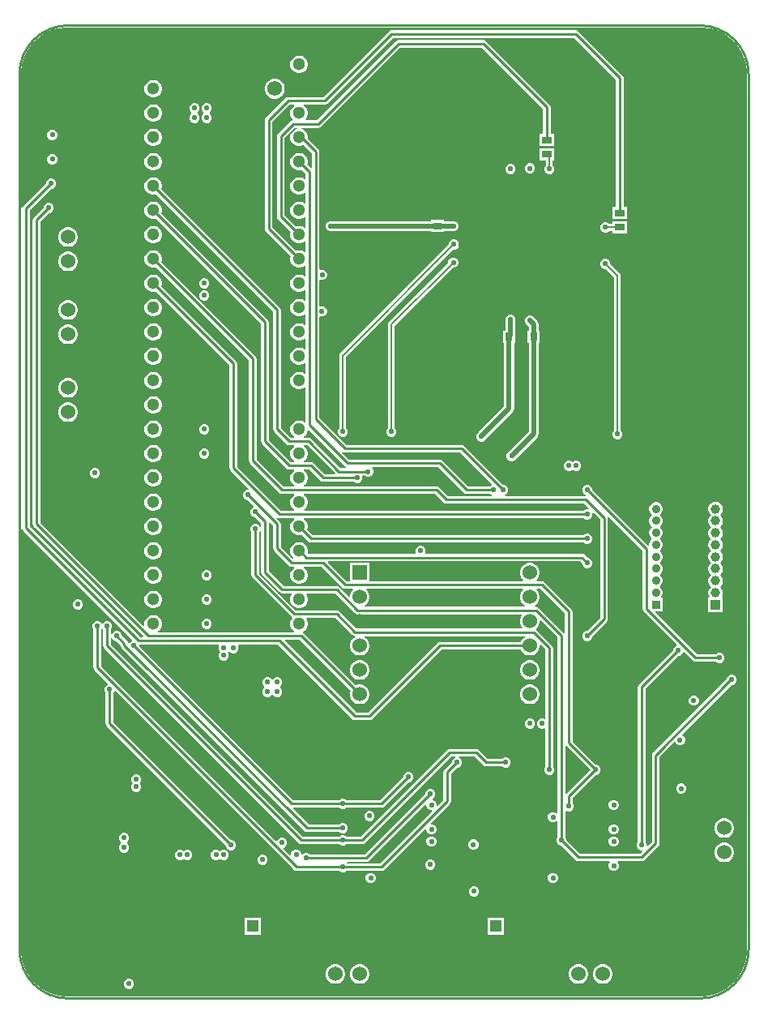
<source format=gbl>
G04*
G04 #@! TF.GenerationSoftware,Altium Limited,Altium Designer,23.8.1 (32)*
G04*
G04 Layer_Physical_Order=4*
G04 Layer_Color=16711680*
%FSLAX25Y25*%
%MOIN*%
G70*
G04*
G04 #@! TF.SameCoordinates,29178C35-F4AC-4926-8FEA-C3B9FECDB407*
G04*
G04*
G04 #@! TF.FilePolarity,Positive*
G04*
G01*
G75*
%ADD14C,0.01000*%
%ADD28R,0.04724X0.04724*%
%ADD41R,0.03937X0.03150*%
%ADD67C,0.06000*%
%ADD70C,0.06181*%
%ADD71C,0.03937*%
%ADD72R,0.03937X0.03937*%
%ADD73C,0.03543*%
%ADD74R,0.03543X0.03543*%
%ADD75R,0.06000X0.06000*%
%ADD76C,0.02000*%
%ADD77C,0.00800*%
%ADD79C,0.05118*%
%ADD80R,0.05118X0.05118*%
%ADD81C,0.35433*%
%ADD82C,0.04724*%
%ADD83C,0.02205*%
%ADD84R,0.02985X0.03197*%
%ADD85R,0.03197X0.02985*%
G36*
X214210Y457471D02*
X213628Y457315D01*
X212817Y456846D01*
X212154Y456183D01*
X211685Y455372D01*
X211443Y454467D01*
Y453530D01*
X211685Y452624D01*
X212154Y451813D01*
X212817Y451150D01*
X213628Y450682D01*
X214533Y450439D01*
X215470D01*
X216376Y450682D01*
X216870Y450967D01*
X220309Y447528D01*
Y441507D01*
X219847Y441316D01*
X218365Y442798D01*
X218561Y443530D01*
Y444467D01*
X218318Y445372D01*
X217850Y446183D01*
X217187Y446846D01*
X216376Y447315D01*
X215470Y447557D01*
X214533D01*
X213628Y447315D01*
X212817Y446846D01*
X212154Y446183D01*
X211685Y445372D01*
X211443Y444467D01*
Y443530D01*
X211685Y442624D01*
X212154Y441813D01*
X212817Y441150D01*
X213628Y440682D01*
X214533Y440439D01*
X215470D01*
X216202Y440635D01*
X217768Y439069D01*
Y436918D01*
X217306Y436727D01*
X217187Y436846D01*
X216376Y437315D01*
X215470Y437557D01*
X214533D01*
X213628Y437315D01*
X212817Y436846D01*
X212154Y436184D01*
X211685Y435372D01*
X211443Y434467D01*
Y433530D01*
X211685Y432624D01*
X212154Y431813D01*
X212817Y431150D01*
X213628Y430682D01*
X214533Y430439D01*
X215470D01*
X216376Y430682D01*
X217187Y431150D01*
X217306Y431270D01*
X217768Y431078D01*
Y426918D01*
X217306Y426727D01*
X217187Y426846D01*
X216376Y427315D01*
X215470Y427557D01*
X214533D01*
X213628Y427315D01*
X212817Y426846D01*
X212154Y426184D01*
X211685Y425372D01*
X211443Y424467D01*
Y423530D01*
X211685Y422624D01*
X212154Y421813D01*
X212817Y421150D01*
X213628Y420682D01*
X214533Y420439D01*
X215470D01*
X216376Y420682D01*
X217187Y421150D01*
X217306Y421270D01*
X217768Y421078D01*
Y416918D01*
X217306Y416727D01*
X217187Y416846D01*
X216376Y417315D01*
X215470Y417557D01*
X214533D01*
X213802Y417361D01*
X209029Y422133D01*
Y453866D01*
X213134Y457971D01*
X214144D01*
X214210Y457471D01*
D02*
G37*
G36*
X381265Y499297D02*
X383773Y498967D01*
X386216Y498312D01*
X388553Y497344D01*
X390744Y496080D01*
X392751Y494540D01*
X394540Y492751D01*
X396080Y490744D01*
X397344Y488553D01*
X398312Y486216D01*
X398967Y483773D01*
X399297Y481265D01*
Y480000D01*
X399297Y120008D01*
X399297Y118735D01*
X398967Y116227D01*
X398312Y113784D01*
X397344Y111447D01*
X396080Y109256D01*
X394540Y107249D01*
X392751Y105460D01*
X390744Y103920D01*
X388553Y102656D01*
X386216Y101688D01*
X383773Y101033D01*
X381265Y100703D01*
X118735D01*
X116227Y101033D01*
X113784Y101687D01*
X111448Y102655D01*
X109257Y103920D01*
X107250Y105459D01*
X105462Y107248D01*
X103921Y109254D01*
X102657Y111445D01*
X101688Y113781D01*
X101033Y116225D01*
X100703Y118732D01*
X100703Y119997D01*
Y292871D01*
X101203Y292920D01*
X101233Y292769D01*
X101564Y292273D01*
X146307Y247530D01*
X146190Y246940D01*
X145809Y246782D01*
X145218Y246191D01*
X145188Y246119D01*
X145083Y246088D01*
X144505Y246432D01*
X144489Y246509D01*
X144158Y247005D01*
X142102Y249061D01*
Y249418D01*
X141782Y250191D01*
X141191Y250782D01*
X140418Y251102D01*
X139582D01*
X138809Y250782D01*
X138218Y250191D01*
X138029Y249736D01*
X137529Y249836D01*
Y251556D01*
X137782Y251809D01*
X138102Y252582D01*
Y253418D01*
X137782Y254191D01*
X137191Y254782D01*
X136418Y255102D01*
X135582D01*
X134809Y254782D01*
X134292Y254266D01*
X134000Y254223D01*
X133707Y254266D01*
X133191Y254782D01*
X132418Y255102D01*
X131582D01*
X130809Y254782D01*
X130218Y254191D01*
X129898Y253418D01*
Y252582D01*
X130218Y251809D01*
X130471Y251556D01*
Y236000D01*
X130587Y235415D01*
X130919Y234919D01*
X136307Y229530D01*
X136190Y228940D01*
X135809Y228782D01*
X135218Y228191D01*
X134898Y227418D01*
Y226582D01*
X135218Y225809D01*
X135471Y225556D01*
Y213000D01*
X135587Y212415D01*
X135919Y211919D01*
X184898Y162940D01*
Y162582D01*
X185218Y161809D01*
X185809Y161218D01*
X186582Y160898D01*
X187418D01*
X188191Y161218D01*
X188782Y161809D01*
X189102Y162582D01*
Y163418D01*
X188782Y164191D01*
X188191Y164782D01*
X187418Y165102D01*
X187060D01*
X138529Y213633D01*
Y225556D01*
X138782Y225809D01*
X138940Y226190D01*
X139530Y226307D01*
X212919Y152919D01*
X213415Y152587D01*
X214000Y152471D01*
X231556D01*
X231809Y152218D01*
X232582Y151898D01*
X233418D01*
X234191Y152218D01*
X234444Y152471D01*
X249000D01*
X249585Y152587D01*
X250081Y152919D01*
X266898Y169735D01*
X267398Y169528D01*
Y169082D01*
X267718Y168309D01*
X268309Y167718D01*
X269082Y167398D01*
X269918D01*
X270691Y167718D01*
X271282Y168309D01*
X271602Y169082D01*
Y169918D01*
X271282Y170691D01*
X270691Y171282D01*
X269918Y171602D01*
X269472D01*
X269265Y172102D01*
X277081Y179919D01*
X277413Y180415D01*
X277529Y181000D01*
Y192367D01*
X280061Y194898D01*
X280418D01*
X281191Y195218D01*
X281782Y195809D01*
X282102Y196582D01*
Y197418D01*
X281782Y198191D01*
X281191Y198782D01*
X280736Y198971D01*
X280836Y199471D01*
X287367D01*
X290919Y195919D01*
X291415Y195587D01*
X292000Y195471D01*
X298556D01*
X298809Y195218D01*
X299582Y194898D01*
X300418D01*
X301191Y195218D01*
X301782Y195809D01*
X302102Y196582D01*
Y197418D01*
X301782Y198191D01*
X301191Y198782D01*
X300418Y199102D01*
X299582D01*
X298809Y198782D01*
X298556Y198529D01*
X292634D01*
X289081Y202081D01*
X288585Y202413D01*
X288000Y202529D01*
X277000D01*
X276415Y202413D01*
X275919Y202081D01*
X240367Y166529D01*
X234444D01*
X234191Y166782D01*
X233418Y167102D01*
X232582D01*
X231809Y166782D01*
X231556Y166529D01*
X216634D01*
X137529Y245634D01*
Y248164D01*
X138029Y248264D01*
X138218Y247809D01*
X138809Y247218D01*
X139582Y246898D01*
X139939D01*
X141547Y245290D01*
Y245243D01*
X141663Y244658D01*
X141995Y244162D01*
X217238Y168919D01*
X217734Y168587D01*
X218320Y168471D01*
X231556D01*
X231809Y168218D01*
X232582Y167898D01*
X233418D01*
X234191Y168218D01*
X234782Y168809D01*
X235102Y169582D01*
Y170418D01*
X234782Y171191D01*
X234191Y171782D01*
X233418Y172102D01*
X232582D01*
X231809Y171782D01*
X231556Y171529D01*
X218953D01*
X212474Y178009D01*
X212665Y178471D01*
X231556D01*
X231809Y178218D01*
X232582Y177898D01*
X233418D01*
X234191Y178218D01*
X234444Y178471D01*
X249000D01*
X249585Y178587D01*
X250081Y178919D01*
X260061Y188898D01*
X260418D01*
X261191Y189218D01*
X261782Y189809D01*
X262102Y190582D01*
Y191418D01*
X261782Y192191D01*
X261191Y192782D01*
X260418Y193102D01*
X259582D01*
X258809Y192782D01*
X258218Y192191D01*
X257898Y191418D01*
Y191060D01*
X248366Y181529D01*
X234444D01*
X234191Y181782D01*
X233418Y182102D01*
X232582D01*
X231809Y181782D01*
X231556Y181529D01*
X212633D01*
X149192Y244971D01*
X149319Y245471D01*
X181844D01*
X182126Y244971D01*
X181898Y244418D01*
Y243582D01*
X182218Y242809D01*
X182527Y242500D01*
X182218Y242191D01*
X181898Y241418D01*
Y240582D01*
X182218Y239809D01*
X182809Y239218D01*
X183582Y238898D01*
X184418D01*
X185191Y239218D01*
X185782Y239809D01*
X186102Y240582D01*
Y241418D01*
X185782Y242191D01*
X185718Y242255D01*
X185850Y242596D01*
X186380Y242647D01*
X186809Y242218D01*
X187582Y241898D01*
X188418D01*
X189191Y242218D01*
X189782Y242809D01*
X190102Y243582D01*
Y244418D01*
X189874Y244971D01*
X190156Y245471D01*
X206366D01*
X236919Y214919D01*
X237415Y214587D01*
X238000Y214471D01*
X244000D01*
X244585Y214587D01*
X245081Y214919D01*
X273634Y243471D01*
X306269D01*
X306273Y243456D01*
X306799Y242544D01*
X307544Y241799D01*
X308456Y241273D01*
X309473Y241000D01*
X310527D01*
X311544Y241273D01*
X312456Y241799D01*
X313201Y242544D01*
X313727Y243456D01*
X314000Y244473D01*
Y245130D01*
X314500Y245337D01*
X316471Y243367D01*
Y215156D01*
X315971Y214874D01*
X315418Y215102D01*
X314582D01*
X313809Y214782D01*
X313218Y214191D01*
X312898Y213418D01*
Y212582D01*
X313218Y211809D01*
X313809Y211218D01*
X314582Y210898D01*
X315418D01*
X315971Y211126D01*
X316471Y210844D01*
Y195444D01*
X316218Y195191D01*
X315898Y194418D01*
Y193582D01*
X316218Y192809D01*
X316809Y192218D01*
X317582Y191898D01*
X318418D01*
X319191Y192218D01*
X319782Y192809D01*
X320102Y193582D01*
Y194418D01*
X319782Y195191D01*
X319529Y195444D01*
Y244000D01*
X319413Y244585D01*
X319081Y245081D01*
X312745Y251417D01*
X312593Y251619D01*
X312736Y252079D01*
X313201Y252544D01*
X313727Y253456D01*
X314000Y254473D01*
Y255130D01*
X314500Y255337D01*
X321471Y248366D01*
Y176210D01*
X320971Y176003D01*
X320691Y176282D01*
X319918Y176602D01*
X319082D01*
X318309Y176282D01*
X317718Y175691D01*
X317398Y174918D01*
Y174082D01*
X317718Y173309D01*
X318309Y172718D01*
X319082Y172398D01*
X319918D01*
X320691Y172718D01*
X320971Y172997D01*
X321471Y172790D01*
Y166444D01*
X321218Y166191D01*
X320898Y165418D01*
Y164582D01*
X321218Y163809D01*
X321809Y163218D01*
X322582Y162898D01*
X322939D01*
X328919Y156919D01*
X329415Y156587D01*
X330000Y156471D01*
X342790D01*
X342997Y155971D01*
X342718Y155691D01*
X342398Y154918D01*
Y154082D01*
X342718Y153309D01*
X343309Y152718D01*
X344082Y152398D01*
X344918D01*
X345691Y152718D01*
X346282Y153309D01*
X346602Y154082D01*
Y154918D01*
X346282Y155691D01*
X346003Y155971D01*
X346210Y156471D01*
X356000D01*
X356585Y156587D01*
X357081Y156919D01*
X362814Y162651D01*
X363145Y163147D01*
X363262Y163732D01*
Y199299D01*
X369368Y205405D01*
X369859Y205308D01*
X369958Y205069D01*
X370549Y204478D01*
X371322Y204157D01*
X372158D01*
X372931Y204478D01*
X373522Y205069D01*
X373843Y205842D01*
Y206678D01*
X373522Y207451D01*
X372931Y208042D01*
X372692Y208141D01*
X372594Y208632D01*
X392861Y228898D01*
X393418D01*
X394191Y229218D01*
X394782Y229809D01*
X395102Y230582D01*
Y231418D01*
X394782Y232191D01*
X394191Y232782D01*
X393418Y233102D01*
X392582D01*
X391809Y232782D01*
X391218Y232191D01*
X390898Y231418D01*
Y231260D01*
X360651Y201014D01*
X360319Y200518D01*
X360203Y199932D01*
Y164366D01*
X358602Y162765D01*
X358102Y162972D01*
Y163418D01*
X357782Y164191D01*
X357529Y164444D01*
Y227366D01*
X371060Y240898D01*
X371418D01*
X372191Y241218D01*
X372782Y241809D01*
X372970Y242263D01*
X373560Y242380D01*
X377022Y238919D01*
X377518Y238587D01*
X378103Y238471D01*
X386556D01*
X386809Y238218D01*
X387582Y237898D01*
X388418D01*
X389191Y238218D01*
X389782Y238809D01*
X390102Y239582D01*
Y240418D01*
X389782Y241191D01*
X389191Y241782D01*
X388418Y242102D01*
X387582D01*
X386809Y241782D01*
X386556Y241529D01*
X378737D01*
X361614Y258652D01*
X361805Y259114D01*
X364653D01*
Y264657D01*
X364285D01*
X364251Y264740D01*
X364130Y265158D01*
X364465Y265737D01*
X364653Y266442D01*
Y267172D01*
X364465Y267877D01*
X364100Y268509D01*
X363642Y268967D01*
X363610Y269268D01*
X363642Y269569D01*
X364100Y270026D01*
X364465Y270658D01*
X364653Y271363D01*
Y272093D01*
X364465Y272798D01*
X364100Y273430D01*
X363642Y273888D01*
X363610Y274189D01*
X363642Y274490D01*
X364100Y274948D01*
X364465Y275580D01*
X364653Y276285D01*
Y277014D01*
X364465Y277719D01*
X364100Y278351D01*
X363642Y278809D01*
X363610Y279110D01*
X363642Y279411D01*
X364100Y279869D01*
X364465Y280501D01*
X364653Y281206D01*
Y281936D01*
X364465Y282641D01*
X364100Y283273D01*
X363642Y283731D01*
X363610Y284032D01*
X363642Y284332D01*
X364100Y284790D01*
X364465Y285422D01*
X364653Y286127D01*
Y286857D01*
X364465Y287562D01*
X364100Y288194D01*
X363642Y288652D01*
X363610Y288953D01*
X363642Y289254D01*
X364100Y289711D01*
X364465Y290344D01*
X364653Y291049D01*
Y291778D01*
X364465Y292483D01*
X364100Y293115D01*
X363642Y293573D01*
X363610Y293874D01*
X363642Y294175D01*
X364100Y294633D01*
X364465Y295265D01*
X364653Y295970D01*
Y296700D01*
X364465Y297405D01*
X364100Y298037D01*
X363642Y298494D01*
X363610Y298795D01*
X363642Y299096D01*
X364100Y299554D01*
X364465Y300186D01*
X364653Y300891D01*
Y301621D01*
X364465Y302326D01*
X364100Y302958D01*
X363584Y303474D01*
X362952Y303839D01*
X362247Y304028D01*
X361517D01*
X360812Y303839D01*
X360180Y303474D01*
X359664Y302958D01*
X359299Y302326D01*
X359110Y301621D01*
Y300891D01*
X359299Y300186D01*
X359664Y299554D01*
X360122Y299096D01*
X360154Y298795D01*
X360122Y298494D01*
X359664Y298037D01*
X359299Y297405D01*
X359110Y296700D01*
Y295970D01*
X359299Y295265D01*
X359664Y294633D01*
X360122Y294175D01*
X360154Y293874D01*
X360122Y293573D01*
X359664Y293115D01*
X359299Y292483D01*
X359110Y291778D01*
Y291049D01*
X359299Y290344D01*
X359664Y289711D01*
X360122Y289254D01*
X360154Y288953D01*
X360122Y288652D01*
X359664Y288194D01*
X359299Y287562D01*
X359110Y286857D01*
Y286405D01*
X358610Y286198D01*
X335717Y309092D01*
Y309450D01*
X335397Y310222D01*
X334805Y310814D01*
X334032Y311134D01*
X333196D01*
X332423Y310814D01*
X331832Y310222D01*
X331512Y309450D01*
Y308613D01*
X331832Y307841D01*
X332423Y307249D01*
X332954Y307029D01*
X332855Y306529D01*
X299836D01*
X299736Y307029D01*
X300191Y307218D01*
X300782Y307809D01*
X301102Y308582D01*
Y309418D01*
X300782Y310191D01*
X300191Y310782D01*
X299418Y311102D01*
X299061D01*
X283081Y327081D01*
X282585Y327413D01*
X282000Y327529D01*
X234633D01*
X223368Y338795D01*
Y380160D01*
X223784Y380438D01*
X224023Y380339D01*
X224859D01*
X225632Y380659D01*
X226223Y381250D01*
X226543Y382023D01*
Y382859D01*
X226223Y383632D01*
X225632Y384223D01*
X224859Y384543D01*
X224023D01*
X223784Y384444D01*
X223368Y384722D01*
Y395117D01*
X223868Y395452D01*
X224141Y395339D01*
X224977D01*
X225750Y395659D01*
X226341Y396250D01*
X226661Y397023D01*
Y397859D01*
X226341Y398632D01*
X225750Y399223D01*
X224977Y399543D01*
X224141D01*
X223868Y399430D01*
X223368Y399764D01*
Y448161D01*
X223252Y448747D01*
X222920Y449243D01*
X218561Y453602D01*
Y454467D01*
X218318Y455372D01*
X217850Y456183D01*
X217187Y456846D01*
X216376Y457315D01*
X215794Y457471D01*
X215860Y457971D01*
X223000D01*
X223585Y458087D01*
X224081Y458419D01*
X256633Y490971D01*
X290367D01*
X315471Y465867D01*
Y455528D01*
X314032D01*
Y450378D01*
X319969D01*
Y455528D01*
X318529D01*
Y466500D01*
X318413Y467085D01*
X318081Y467581D01*
X292081Y493581D01*
X291585Y493913D01*
X291000Y494029D01*
X256000D01*
X255415Y493913D01*
X254919Y493581D01*
X222366Y461029D01*
X217773D01*
X217566Y461529D01*
X217850Y461813D01*
X218318Y462624D01*
X218561Y463530D01*
Y464467D01*
X218318Y465372D01*
X217850Y466184D01*
X217187Y466846D01*
X216972Y466971D01*
X217106Y467471D01*
X225500D01*
X226085Y467587D01*
X226581Y467919D01*
X253633Y494971D01*
X328366D01*
X345471Y477867D01*
Y425528D01*
X344032D01*
Y420378D01*
X349969D01*
Y425528D01*
X348529D01*
Y478500D01*
X348413Y479085D01*
X348081Y479581D01*
X330081Y497581D01*
X329585Y497913D01*
X329000Y498029D01*
X253000D01*
X252415Y497913D01*
X251919Y497581D01*
X224867Y470529D01*
X210500D01*
X209915Y470413D01*
X209419Y470081D01*
X201419Y462081D01*
X201087Y461585D01*
X200971Y461000D01*
Y416500D01*
X201087Y415915D01*
X201419Y415419D01*
X211639Y405198D01*
X211443Y404467D01*
Y403530D01*
X211685Y402624D01*
X212154Y401813D01*
X212817Y401150D01*
X213628Y400682D01*
X214533Y400439D01*
X215470D01*
X216376Y400682D01*
X217187Y401150D01*
X217306Y401269D01*
X217768Y401078D01*
Y396918D01*
X217306Y396727D01*
X217187Y396846D01*
X216376Y397315D01*
X215470Y397557D01*
X214533D01*
X213628Y397315D01*
X212817Y396846D01*
X212154Y396183D01*
X211685Y395372D01*
X211443Y394467D01*
Y393530D01*
X211685Y392624D01*
X212154Y391813D01*
X212817Y391150D01*
X213628Y390682D01*
X214533Y390439D01*
X215470D01*
X216376Y390682D01*
X217187Y391150D01*
X217306Y391269D01*
X217768Y391078D01*
Y386918D01*
X217306Y386727D01*
X217187Y386846D01*
X216376Y387315D01*
X215470Y387557D01*
X214533D01*
X213628Y387315D01*
X212817Y386846D01*
X212154Y386184D01*
X211685Y385372D01*
X211443Y384467D01*
Y383530D01*
X211685Y382624D01*
X212154Y381813D01*
X212817Y381150D01*
X213628Y380682D01*
X214533Y380439D01*
X215470D01*
X216376Y380682D01*
X217187Y381150D01*
X217306Y381270D01*
X217768Y381078D01*
Y376918D01*
X217306Y376727D01*
X217187Y376846D01*
X216376Y377315D01*
X215470Y377557D01*
X214533D01*
X213628Y377315D01*
X212817Y376846D01*
X212154Y376184D01*
X211685Y375372D01*
X211443Y374467D01*
Y373530D01*
X211685Y372624D01*
X212154Y371813D01*
X212817Y371150D01*
X213628Y370682D01*
X214533Y370439D01*
X215470D01*
X216376Y370682D01*
X217187Y371150D01*
X217306Y371269D01*
X217768Y371078D01*
Y366918D01*
X217306Y366727D01*
X217187Y366846D01*
X216376Y367315D01*
X215470Y367557D01*
X214533D01*
X213628Y367315D01*
X212817Y366846D01*
X212154Y366183D01*
X211685Y365372D01*
X211443Y364467D01*
Y363530D01*
X211685Y362624D01*
X212154Y361813D01*
X212817Y361150D01*
X213628Y360682D01*
X214533Y360439D01*
X215470D01*
X216376Y360682D01*
X217187Y361150D01*
X217306Y361269D01*
X217768Y361078D01*
Y356918D01*
X217306Y356727D01*
X217187Y356846D01*
X216376Y357315D01*
X215470Y357557D01*
X214533D01*
X213628Y357315D01*
X212817Y356846D01*
X212154Y356184D01*
X211685Y355372D01*
X211443Y354467D01*
Y353530D01*
X211685Y352624D01*
X212154Y351813D01*
X212817Y351150D01*
X213628Y350682D01*
X214533Y350439D01*
X215470D01*
X216376Y350682D01*
X217187Y351150D01*
X217306Y351270D01*
X217768Y351078D01*
Y336918D01*
X217306Y336727D01*
X217187Y336846D01*
X216376Y337315D01*
X215470Y337557D01*
X214533D01*
X213628Y337315D01*
X212817Y336846D01*
X212154Y336184D01*
X211685Y335372D01*
X211443Y334467D01*
Y333530D01*
X211685Y332624D01*
X212154Y331813D01*
X212817Y331150D01*
X213026Y331029D01*
X212892Y330529D01*
X211633D01*
X207529Y334633D01*
Y383000D01*
X207413Y383585D01*
X207081Y384081D01*
X158361Y432802D01*
X158557Y433533D01*
Y434470D01*
X158315Y435376D01*
X157846Y436187D01*
X157184Y436850D01*
X156372Y437318D01*
X155467Y437561D01*
X154530D01*
X153624Y437318D01*
X152813Y436850D01*
X152150Y436187D01*
X151682Y435376D01*
X151439Y434470D01*
Y433533D01*
X151682Y432628D01*
X152150Y431816D01*
X152813Y431154D01*
X153624Y430685D01*
X154530Y430443D01*
X155467D01*
X156198Y430639D01*
X204471Y382366D01*
Y334000D01*
X204587Y333415D01*
X204919Y332919D01*
X209919Y327919D01*
X210415Y327587D01*
X211000Y327471D01*
X212898D01*
X213032Y326971D01*
X212817Y326846D01*
X212154Y326184D01*
X211685Y325372D01*
X211443Y324467D01*
Y323530D01*
X211685Y322624D01*
X212154Y321813D01*
X212817Y321150D01*
X213026Y321029D01*
X212892Y320529D01*
X211633D01*
X202529Y329633D01*
Y378000D01*
X202413Y378585D01*
X202081Y379081D01*
X158361Y422802D01*
X158557Y423533D01*
Y424470D01*
X158315Y425376D01*
X157846Y426187D01*
X157184Y426850D01*
X156372Y427318D01*
X155467Y427561D01*
X154530D01*
X153624Y427318D01*
X152813Y426850D01*
X152150Y426187D01*
X151682Y425376D01*
X151439Y424470D01*
Y423533D01*
X151682Y422628D01*
X152150Y421816D01*
X152813Y421154D01*
X153624Y420685D01*
X154530Y420443D01*
X155467D01*
X156198Y420639D01*
X199471Y377366D01*
Y329000D01*
X199587Y328415D01*
X199919Y327919D01*
X209919Y317919D01*
X210415Y317587D01*
X211000Y317471D01*
X212898D01*
X213032Y316971D01*
X212817Y316846D01*
X212154Y316183D01*
X211685Y315372D01*
X211443Y314467D01*
Y313530D01*
X211685Y312624D01*
X212154Y311813D01*
X212817Y311150D01*
X213026Y311029D01*
X212892Y310529D01*
X208633D01*
X197529Y321634D01*
Y363000D01*
X197413Y363585D01*
X197081Y364081D01*
X158361Y402802D01*
X158557Y403533D01*
Y404470D01*
X158315Y405376D01*
X157846Y406187D01*
X157184Y406850D01*
X156372Y407318D01*
X155467Y407561D01*
X154530D01*
X153624Y407318D01*
X152813Y406850D01*
X152150Y406187D01*
X151682Y405376D01*
X151439Y404470D01*
Y403533D01*
X151682Y402628D01*
X152150Y401817D01*
X152813Y401154D01*
X153624Y400685D01*
X154530Y400443D01*
X155467D01*
X156198Y400639D01*
X194471Y362367D01*
Y321000D01*
X194587Y320415D01*
X194919Y319919D01*
X206919Y307919D01*
X207415Y307587D01*
X208000Y307471D01*
X212898D01*
X213032Y306971D01*
X212817Y306846D01*
X212154Y306184D01*
X211685Y305372D01*
X211443Y304467D01*
Y303530D01*
X211685Y302624D01*
X212154Y301813D01*
X212817Y301150D01*
X212971Y301061D01*
X212837Y300561D01*
X207602D01*
X189529Y318634D01*
Y361000D01*
X189413Y361585D01*
X189081Y362081D01*
X158361Y392802D01*
X158557Y393533D01*
Y394470D01*
X158315Y395376D01*
X157846Y396187D01*
X157184Y396850D01*
X156372Y397318D01*
X155467Y397561D01*
X154530D01*
X153624Y397318D01*
X152813Y396850D01*
X152150Y396187D01*
X151682Y395376D01*
X151439Y394470D01*
Y393533D01*
X151682Y392628D01*
X152150Y391816D01*
X152813Y391154D01*
X153624Y390685D01*
X154530Y390443D01*
X155467D01*
X156198Y390639D01*
X186471Y360367D01*
Y318000D01*
X186587Y317415D01*
X186919Y316919D01*
X194235Y309602D01*
X194028Y309102D01*
X193582D01*
X192809Y308782D01*
X192218Y308191D01*
X191898Y307418D01*
Y306582D01*
X192218Y305809D01*
X192809Y305218D01*
X193582Y304898D01*
X193939D01*
X196307Y302530D01*
X196190Y301940D01*
X195809Y301782D01*
X195218Y301191D01*
X194898Y300418D01*
Y299582D01*
X195218Y298809D01*
X195809Y298218D01*
X196582Y297898D01*
X196940D01*
X199471Y295367D01*
Y293836D01*
X198971Y293736D01*
X198782Y294191D01*
X198191Y294782D01*
X197418Y295102D01*
X196582D01*
X195809Y294782D01*
X195218Y294191D01*
X194898Y293418D01*
Y292582D01*
X195218Y291809D01*
X195471Y291556D01*
Y274000D01*
X195587Y273415D01*
X195919Y272919D01*
X211861Y256976D01*
X212088Y256824D01*
X212179Y256209D01*
X212154Y256184D01*
X211685Y255372D01*
X211443Y254467D01*
Y253530D01*
X211685Y252624D01*
X212154Y251813D01*
X212817Y251150D01*
X213026Y251029D01*
X212892Y250529D01*
X157102D01*
X156968Y251029D01*
X157184Y251154D01*
X157846Y251817D01*
X158315Y252628D01*
X158557Y253533D01*
Y254470D01*
X158315Y255376D01*
X157846Y256187D01*
X157184Y256850D01*
X156372Y257318D01*
X155467Y257561D01*
X154530D01*
X153624Y257318D01*
X152813Y256850D01*
X152150Y256187D01*
X151682Y255376D01*
X151439Y254470D01*
Y253533D01*
X151477Y253393D01*
X151028Y253135D01*
X108529Y295634D01*
Y419367D01*
X112060Y422898D01*
X112418D01*
X113191Y423218D01*
X113782Y423809D01*
X114102Y424582D01*
Y425418D01*
X113782Y426191D01*
X113191Y426782D01*
X112418Y427102D01*
X111582D01*
X110809Y426782D01*
X110218Y426191D01*
X109898Y425418D01*
Y425061D01*
X105919Y421081D01*
X105587Y420585D01*
X105471Y420000D01*
Y295000D01*
X105587Y294415D01*
X105919Y293919D01*
X150846Y248991D01*
X150654Y248529D01*
X149634D01*
X104175Y293988D01*
Y424012D01*
X113060Y432898D01*
X113418D01*
X114191Y433218D01*
X114782Y433809D01*
X115102Y434582D01*
Y435418D01*
X114782Y436191D01*
X114191Y436782D01*
X113418Y437102D01*
X112582D01*
X111809Y436782D01*
X111218Y436191D01*
X110898Y435418D01*
Y435061D01*
X101564Y425727D01*
X101233Y425231D01*
X101203Y425080D01*
X100703Y425129D01*
Y480000D01*
Y481265D01*
X101033Y483773D01*
X101687Y486216D01*
X102655Y488553D01*
X103920Y490743D01*
X105459Y492750D01*
X107248Y494538D01*
X109254Y496078D01*
X111445Y497343D01*
X113781Y498312D01*
X116225Y498967D01*
X118732Y499297D01*
X119997Y499297D01*
X380000Y499297D01*
X381265Y499297D01*
D02*
G37*
G36*
X213032Y466971D02*
X212817Y466846D01*
X212154Y466184D01*
X211685Y465372D01*
X211443Y464467D01*
Y463530D01*
X211685Y462624D01*
X212154Y461813D01*
X212456Y461511D01*
X212456Y461504D01*
X212275Y460985D01*
X211915Y460913D01*
X211419Y460581D01*
X206419Y455581D01*
X206087Y455085D01*
X205971Y454500D01*
Y421500D01*
X206087Y420915D01*
X206419Y420419D01*
X211639Y415198D01*
X211443Y414467D01*
Y413530D01*
X211685Y412624D01*
X212154Y411813D01*
X212817Y411150D01*
X213628Y410682D01*
X214533Y410439D01*
X215470D01*
X216376Y410682D01*
X217187Y411150D01*
X217306Y411270D01*
X217768Y411078D01*
Y406918D01*
X217306Y406727D01*
X217187Y406846D01*
X216376Y407315D01*
X215470Y407557D01*
X214533D01*
X213802Y407361D01*
X204029Y417134D01*
Y460366D01*
X211134Y467471D01*
X212898D01*
X213032Y466971D01*
D02*
G37*
G36*
X233919Y318919D02*
X234348Y318632D01*
X234341Y318365D01*
X234265Y318132D01*
X232031D01*
X220081Y330081D01*
X219585Y330413D01*
X219000Y330529D01*
X217112D01*
X216978Y331029D01*
X217187Y331150D01*
X217850Y331813D01*
X218318Y332624D01*
X218561Y333530D01*
Y333623D01*
X219023Y333814D01*
X233919Y318919D01*
D02*
G37*
G36*
X229846Y315991D02*
X229654Y315529D01*
X225634D01*
X221081Y320081D01*
X220585Y320413D01*
X220000Y320529D01*
X217112D01*
X216978Y321029D01*
X217187Y321150D01*
X217850Y321813D01*
X218318Y322624D01*
X218561Y323530D01*
Y324467D01*
X218318Y325372D01*
X217850Y326184D01*
X217187Y326846D01*
X216972Y326971D01*
X217106Y327471D01*
X218367D01*
X229846Y315991D01*
D02*
G37*
G36*
X282919Y307919D02*
X283415Y307587D01*
X284000Y307471D01*
X293556D01*
X293809Y307218D01*
X294264Y307029D01*
X294164Y306529D01*
X276133D01*
X272581Y310081D01*
X272085Y310413D01*
X271500Y310529D01*
X217112D01*
X216978Y311029D01*
X217187Y311150D01*
X217850Y311813D01*
X218318Y312624D01*
X218561Y313530D01*
Y314467D01*
X218318Y315372D01*
X217850Y316183D01*
X217187Y316846D01*
X216972Y316971D01*
X217106Y317471D01*
X219367D01*
X223919Y312919D01*
X224415Y312587D01*
X225000Y312471D01*
X237556D01*
X237809Y312218D01*
X238582Y311898D01*
X239418D01*
X240191Y312218D01*
X240782Y312809D01*
X241102Y313582D01*
Y314418D01*
X241003Y314657D01*
X241281Y315073D01*
X241954D01*
X242207Y314820D01*
X242979Y314500D01*
X243816D01*
X244588Y314820D01*
X245180Y315411D01*
X245500Y316184D01*
Y317021D01*
X245180Y317793D01*
X245003Y317971D01*
X245210Y318471D01*
X272366D01*
X282919Y307919D01*
D02*
G37*
G36*
X233415Y324587D02*
X234000Y324471D01*
X281366D01*
X294307Y311530D01*
X294190Y310940D01*
X293809Y310782D01*
X293556Y310529D01*
X284633D01*
X274081Y321081D01*
X273585Y321413D01*
X273000Y321529D01*
X235633D01*
X232699Y324464D01*
X233018Y324852D01*
X233415Y324587D01*
D02*
G37*
G36*
X274418Y303919D02*
X274915Y303587D01*
X275500Y303471D01*
X332366D01*
X334254Y301583D01*
X334080Y301231D01*
X333996Y301134D01*
X333196D01*
X332423Y300814D01*
X332170Y300561D01*
X217166D01*
X217032Y301061D01*
X217187Y301150D01*
X217850Y301813D01*
X218318Y302624D01*
X218561Y303530D01*
Y304467D01*
X218318Y305372D01*
X217850Y306184D01*
X217187Y306846D01*
X216972Y306971D01*
X217106Y307471D01*
X270866D01*
X274418Y303919D01*
D02*
G37*
G36*
X339053Y296784D02*
Y256633D01*
X333554Y251134D01*
X333196D01*
X332423Y250814D01*
X331832Y250222D01*
X331512Y249450D01*
Y248613D01*
X331832Y247841D01*
X332423Y247249D01*
X333196Y246929D01*
X334032D01*
X334805Y247249D01*
X335397Y247841D01*
X335717Y248613D01*
Y248971D01*
X341664Y254919D01*
X341996Y255415D01*
X342112Y256000D01*
Y297417D01*
X342051Y297725D01*
X342512Y297971D01*
X356471Y284012D01*
Y260103D01*
X356587Y259518D01*
X356919Y259022D01*
X370380Y245560D01*
X370263Y244970D01*
X369809Y244782D01*
X369218Y244191D01*
X368898Y243418D01*
Y243060D01*
X354919Y229081D01*
X354587Y228585D01*
X354471Y228000D01*
Y164444D01*
X354218Y164191D01*
X353898Y163418D01*
Y162582D01*
X354218Y161809D01*
X354809Y161218D01*
X355582Y160898D01*
X356028D01*
X356235Y160398D01*
X355366Y159529D01*
X330633D01*
X325102Y165060D01*
Y165418D01*
X324782Y166191D01*
X324529Y166444D01*
Y176844D01*
X325029Y177127D01*
X325582Y176898D01*
X326418D01*
X327191Y177218D01*
X327782Y177809D01*
X328102Y178582D01*
Y179418D01*
X327782Y180191D01*
X327529Y180444D01*
Y182367D01*
X337060Y191898D01*
X337418D01*
X338191Y192218D01*
X338782Y192809D01*
X339102Y193582D01*
Y194418D01*
X338782Y195191D01*
X338191Y195782D01*
X337418Y196102D01*
X337060D01*
X327529Y205633D01*
Y259000D01*
X327413Y259585D01*
X327081Y260081D01*
X316081Y271081D01*
X315585Y271413D01*
X315000Y271529D01*
X312893D01*
X312686Y272029D01*
X313201Y272544D01*
X313727Y273456D01*
X314000Y274473D01*
Y275527D01*
X313727Y276544D01*
X313201Y277456D01*
X312456Y278201D01*
X311544Y278727D01*
X310527Y279000D01*
X309473D01*
X308456Y278727D01*
X307544Y278201D01*
X306799Y277456D01*
X306273Y276544D01*
X306000Y275527D01*
Y274473D01*
X306273Y273456D01*
X306799Y272544D01*
X307314Y272029D01*
X307107Y271529D01*
X244000D01*
Y279000D01*
X236000D01*
Y271529D01*
X234633D01*
X226918Y279245D01*
X227110Y279707D01*
X330776D01*
X331512Y278971D01*
Y278613D01*
X331832Y277841D01*
X332423Y277249D01*
X333196Y276929D01*
X334032D01*
X334805Y277249D01*
X335397Y277841D01*
X335717Y278613D01*
Y279450D01*
X335397Y280222D01*
X334805Y280814D01*
X334032Y281134D01*
X333675D01*
X332491Y282317D01*
X331995Y282649D01*
X331410Y282766D01*
X267305D01*
X266971Y283265D01*
X267102Y283582D01*
Y284418D01*
X266782Y285191D01*
X266191Y285782D01*
X265418Y286102D01*
X264582D01*
X263809Y285782D01*
X263218Y285191D01*
X262898Y284418D01*
Y283582D01*
X263029Y283265D01*
X262695Y282766D01*
X218837D01*
X218475Y283208D01*
X218561Y283530D01*
Y284467D01*
X218318Y285372D01*
X217850Y286184D01*
X217187Y286846D01*
X216376Y287315D01*
X215470Y287557D01*
X214533D01*
X213628Y287315D01*
X212817Y286846D01*
X212154Y286184D01*
X211685Y285372D01*
X211443Y284467D01*
Y283530D01*
X211685Y282624D01*
X212154Y281813D01*
X212655Y281312D01*
X212545Y280778D01*
X212532Y280762D01*
X212429Y280734D01*
X207529Y285633D01*
Y295000D01*
X207413Y295585D01*
X207081Y296081D01*
X205667Y297496D01*
X205986Y297884D01*
X206383Y297619D01*
X206968Y297502D01*
X212953D01*
X213087Y297002D01*
X212817Y296846D01*
X212154Y296183D01*
X211685Y295372D01*
X211443Y294467D01*
Y293530D01*
X211685Y292624D01*
X212154Y291813D01*
X212817Y291150D01*
X213628Y290682D01*
X214533Y290439D01*
X215470D01*
X216202Y290635D01*
X218887Y287950D01*
X219383Y287618D01*
X219969Y287502D01*
X332170D01*
X332423Y287249D01*
X333196Y286929D01*
X334032D01*
X334805Y287249D01*
X335397Y287841D01*
X335717Y288613D01*
Y289450D01*
X335397Y290222D01*
X334805Y290814D01*
X334032Y291134D01*
X333196D01*
X332423Y290814D01*
X332170Y290561D01*
X220602D01*
X218365Y292798D01*
X218561Y293530D01*
Y294467D01*
X218318Y295372D01*
X217850Y296183D01*
X217187Y296846D01*
X216917Y297002D01*
X217051Y297502D01*
X332170D01*
X332423Y297249D01*
X333196Y296929D01*
X334032D01*
X334805Y297249D01*
X335397Y297841D01*
X335717Y298613D01*
Y299413D01*
X335814Y299498D01*
X336166Y299671D01*
X339053Y296784D01*
D02*
G37*
G36*
X204471Y294367D02*
Y285000D01*
X204587Y284415D01*
X204919Y283919D01*
X210919Y277919D01*
X211415Y277587D01*
X212000Y277471D01*
X212898D01*
X213032Y276971D01*
X212817Y276846D01*
X212154Y276184D01*
X211685Y275372D01*
X211443Y274467D01*
Y273530D01*
X211685Y272624D01*
X212154Y271813D01*
X212817Y271150D01*
X213628Y270682D01*
X214533Y270439D01*
X215470D01*
X216376Y270682D01*
X217187Y271150D01*
X217850Y271813D01*
X218318Y272624D01*
X218561Y273530D01*
Y274467D01*
X218318Y275372D01*
X217850Y276184D01*
X217187Y276846D01*
X216972Y276971D01*
X217106Y277471D01*
X224366D01*
X232919Y268919D01*
X233415Y268587D01*
X234000Y268471D01*
X237107D01*
X237314Y267971D01*
X236799Y267456D01*
X236273Y266544D01*
X236000Y265527D01*
Y265452D01*
X235538Y265261D01*
X231660Y269139D01*
X231164Y269470D01*
X230579Y269587D01*
X208742D01*
X202529Y275799D01*
Y295601D01*
X203029Y295808D01*
X204471Y294367D01*
D02*
G37*
G36*
X307314Y267971D02*
X306799Y267456D01*
X306273Y266544D01*
X306000Y265527D01*
Y264473D01*
X306273Y263456D01*
X306799Y262544D01*
X307544Y261799D01*
X308011Y261529D01*
X307877Y261029D01*
X242123D01*
X241989Y261529D01*
X242456Y261799D01*
X243201Y262544D01*
X243727Y263456D01*
X244000Y264473D01*
Y265527D01*
X243727Y266544D01*
X243201Y267456D01*
X242686Y267971D01*
X242893Y268471D01*
X307107D01*
X307314Y267971D01*
D02*
G37*
G36*
X199471Y292164D02*
Y275165D01*
X199587Y274580D01*
X199919Y274084D01*
X207027Y266976D01*
X207523Y266644D01*
X208108Y266528D01*
X211844D01*
X212064Y266028D01*
X211685Y265372D01*
X211443Y264467D01*
Y263530D01*
X211685Y262624D01*
X212154Y261813D01*
X212817Y261150D01*
X213628Y260682D01*
X214533Y260439D01*
X215470D01*
X216376Y260682D01*
X217187Y261150D01*
X217850Y261813D01*
X218318Y262624D01*
X218561Y263530D01*
Y264467D01*
X218318Y265372D01*
X217940Y266028D01*
X218160Y266528D01*
X229945D01*
X238055Y258419D01*
X238551Y258087D01*
X239136Y257971D01*
X306661D01*
X306852Y257509D01*
X306799Y257456D01*
X306273Y256544D01*
X306000Y255527D01*
Y254473D01*
X306273Y253456D01*
X306799Y252544D01*
X306852Y252491D01*
X306661Y252029D01*
X238770D01*
X231660Y259139D01*
X231164Y259470D01*
X230579Y259587D01*
X213576D01*
X198529Y274634D01*
Y291556D01*
X198782Y291809D01*
X198971Y292264D01*
X199471Y292164D01*
D02*
G37*
G36*
X324471Y258366D02*
Y250377D01*
X324408Y250329D01*
X323971Y250192D01*
X313581Y260581D01*
X313085Y260913D01*
X312500Y261029D01*
X312123D01*
X311989Y261529D01*
X312456Y261799D01*
X313201Y262544D01*
X313727Y263456D01*
X314000Y264473D01*
Y265527D01*
X313727Y266544D01*
X313201Y267456D01*
X312686Y267971D01*
X312893Y268471D01*
X314367D01*
X324471Y258366D01*
D02*
G37*
G36*
X237055Y249419D02*
X237551Y249087D01*
X237944Y249009D01*
X238031Y248482D01*
X237544Y248201D01*
X236799Y247456D01*
X236273Y246544D01*
X236000Y245527D01*
Y244473D01*
X236273Y243456D01*
X236799Y242544D01*
X237544Y241799D01*
X238456Y241273D01*
X239473Y241000D01*
X240527D01*
X241544Y241273D01*
X242456Y241799D01*
X243201Y242544D01*
X243727Y243456D01*
X244000Y244473D01*
Y245527D01*
X243727Y246544D01*
X243201Y247456D01*
X242456Y248201D01*
X241989Y248471D01*
X242123Y248971D01*
X307877D01*
X308011Y248471D01*
X307544Y248201D01*
X306799Y247456D01*
X306273Y246544D01*
X306269Y246529D01*
X273000D01*
X272415Y246413D01*
X271919Y246081D01*
X243367Y217529D01*
X238633D01*
X209154Y247009D01*
X209346Y247471D01*
X215367D01*
X236280Y226557D01*
X236273Y226544D01*
X236000Y225527D01*
Y224473D01*
X236273Y223456D01*
X236799Y222544D01*
X237544Y221799D01*
X238456Y221273D01*
X239473Y221000D01*
X240527D01*
X241544Y221273D01*
X242456Y221799D01*
X243201Y222544D01*
X243727Y223456D01*
X244000Y224473D01*
Y225527D01*
X243727Y226544D01*
X243201Y227456D01*
X242456Y228201D01*
X241544Y228727D01*
X240527Y229000D01*
X239473D01*
X238456Y228727D01*
X238443Y228720D01*
X217081Y250081D01*
X216736Y250312D01*
X216695Y250799D01*
X216718Y250880D01*
X217187Y251150D01*
X217850Y251813D01*
X218318Y252624D01*
X218561Y253530D01*
Y254467D01*
X218318Y255372D01*
X217940Y256028D01*
X218160Y256528D01*
X229945D01*
X237055Y249419D01*
D02*
G37*
G36*
X334837Y194000D02*
X325029Y184192D01*
X324592Y184329D01*
X324529Y184377D01*
Y203623D01*
X324592Y203671D01*
X325029Y203808D01*
X334837Y194000D01*
D02*
G37*
G36*
X134292Y251734D02*
X134471Y251556D01*
Y245000D01*
X134587Y244415D01*
X134919Y243919D01*
X214919Y163919D01*
X215415Y163587D01*
X216000Y163471D01*
X231556D01*
X231809Y163218D01*
X232582Y162898D01*
X233418D01*
X234191Y163218D01*
X234444Y163471D01*
X241000D01*
X241585Y163587D01*
X242081Y163919D01*
X277634Y199471D01*
X279164D01*
X279264Y198971D01*
X278809Y198782D01*
X278218Y198191D01*
X277898Y197418D01*
Y197061D01*
X274919Y194081D01*
X274587Y193585D01*
X274471Y193000D01*
Y181633D01*
X272102Y179265D01*
X271602Y179472D01*
Y179918D01*
X271282Y180691D01*
X270691Y181282D01*
X269965Y181583D01*
X269917Y181745D01*
X269912Y182102D01*
X270191Y182218D01*
X270782Y182809D01*
X271102Y183582D01*
Y184418D01*
X270782Y185191D01*
X270191Y185782D01*
X269418Y186102D01*
X268582D01*
X267809Y185782D01*
X267218Y185191D01*
X266898Y184418D01*
Y184061D01*
X242012Y159175D01*
X219444D01*
X219191Y159428D01*
X218418Y159748D01*
X217582D01*
X216809Y159428D01*
X216469Y159087D01*
X215968Y159294D01*
Y159552D01*
X215648Y160325D01*
X215057Y160916D01*
X214284Y161236D01*
X213448D01*
X212675Y160916D01*
X212084Y160325D01*
X211764Y159552D01*
Y159106D01*
X211264Y158899D01*
X208693Y161470D01*
X208810Y162060D01*
X209191Y162218D01*
X209782Y162809D01*
X210102Y163582D01*
Y164418D01*
X209782Y165191D01*
X209191Y165782D01*
X208418Y166102D01*
X207582D01*
X206809Y165782D01*
X206218Y165191D01*
X206060Y164810D01*
X205470Y164693D01*
X133529Y236633D01*
Y251556D01*
X133707Y251734D01*
X134000Y251777D01*
X134292Y251734D01*
D02*
G37*
G36*
X267398Y179528D02*
Y179082D01*
X267718Y178309D01*
X268309Y177718D01*
X269082Y177398D01*
X269528D01*
X269735Y176898D01*
X248366Y155529D01*
X234862D01*
X234804Y155616D01*
X235071Y156116D01*
X242646D01*
X243231Y156233D01*
X243727Y156564D01*
X266898Y179735D01*
X267398Y179528D01*
D02*
G37*
%LPC*%
G36*
X215470Y487557D02*
X214533D01*
X213628Y487315D01*
X212817Y486846D01*
X212154Y486184D01*
X211685Y485372D01*
X211443Y484467D01*
Y483530D01*
X211685Y482624D01*
X212154Y481813D01*
X212817Y481150D01*
X213628Y480682D01*
X214533Y480439D01*
X215470D01*
X216376Y480682D01*
X217187Y481150D01*
X217850Y481813D01*
X218318Y482624D01*
X218561Y483530D01*
Y484467D01*
X218318Y485372D01*
X217850Y486184D01*
X217187Y486846D01*
X216376Y487315D01*
X215470Y487557D01*
D02*
G37*
G36*
X155467Y477561D02*
X154530D01*
X153624Y477318D01*
X152813Y476850D01*
X152150Y476187D01*
X151682Y475376D01*
X151439Y474470D01*
Y473533D01*
X151682Y472628D01*
X152150Y471816D01*
X152813Y471154D01*
X153624Y470685D01*
X154530Y470443D01*
X155467D01*
X156372Y470685D01*
X157184Y471154D01*
X157846Y471816D01*
X158315Y472628D01*
X158557Y473533D01*
Y474470D01*
X158315Y475376D01*
X157846Y476187D01*
X157184Y476850D01*
X156372Y477318D01*
X155467Y477561D01*
D02*
G37*
G36*
X205539Y478089D02*
X204462D01*
X203421Y477810D01*
X202488Y477272D01*
X201727Y476510D01*
X201188Y475577D01*
X200909Y474537D01*
Y473460D01*
X201188Y472419D01*
X201727Y471487D01*
X202488Y470725D01*
X203421Y470186D01*
X204462Y469908D01*
X205539D01*
X206579Y470186D01*
X207512Y470725D01*
X208273Y471487D01*
X208812Y472419D01*
X209090Y473460D01*
Y474537D01*
X208812Y475577D01*
X208273Y476510D01*
X207512Y477272D01*
X206579Y477810D01*
X205539Y478089D01*
D02*
G37*
G36*
X155467Y467561D02*
X154530D01*
X153624Y467318D01*
X152813Y466850D01*
X152150Y466187D01*
X151682Y465376D01*
X151439Y464470D01*
Y463533D01*
X151682Y462628D01*
X152150Y461817D01*
X152813Y461154D01*
X153624Y460685D01*
X154530Y460443D01*
X155467D01*
X156372Y460685D01*
X157184Y461154D01*
X157846Y461817D01*
X158315Y462628D01*
X158557Y463533D01*
Y464470D01*
X158315Y465376D01*
X157846Y466187D01*
X157184Y466850D01*
X156372Y467318D01*
X155467Y467561D01*
D02*
G37*
G36*
X177418Y468102D02*
X176582D01*
X175809Y467782D01*
X175218Y467191D01*
X174898Y466418D01*
Y465582D01*
X175218Y464809D01*
X175734Y464292D01*
X175777Y464000D01*
X175734Y463707D01*
X175218Y463191D01*
X174898Y462418D01*
Y461582D01*
X175218Y460809D01*
X175809Y460218D01*
X176582Y459898D01*
X177418D01*
X178191Y460218D01*
X178782Y460809D01*
X179102Y461582D01*
Y462418D01*
X178782Y463191D01*
X178266Y463707D01*
X178223Y464000D01*
X178266Y464292D01*
X178782Y464809D01*
X179102Y465582D01*
Y466418D01*
X178782Y467191D01*
X178191Y467782D01*
X177418Y468102D01*
D02*
G37*
G36*
X172418D02*
X171582D01*
X170809Y467782D01*
X170218Y467191D01*
X169898Y466418D01*
Y465582D01*
X170218Y464809D01*
X170734Y464292D01*
X170777Y464000D01*
X170734Y463707D01*
X170218Y463191D01*
X169898Y462418D01*
Y461582D01*
X170218Y460809D01*
X170809Y460218D01*
X171582Y459898D01*
X172418D01*
X173191Y460218D01*
X173782Y460809D01*
X174102Y461582D01*
Y462418D01*
X173782Y463191D01*
X173266Y463707D01*
X173223Y464000D01*
X173266Y464292D01*
X173782Y464809D01*
X174102Y465582D01*
Y466418D01*
X173782Y467191D01*
X173191Y467782D01*
X172418Y468102D01*
D02*
G37*
G36*
X113922Y457102D02*
X113086D01*
X112313Y456782D01*
X111722Y456191D01*
X111402Y455418D01*
Y454582D01*
X111722Y453809D01*
X112313Y453218D01*
X113086Y452898D01*
X113922D01*
X114695Y453218D01*
X115286Y453809D01*
X115606Y454582D01*
Y455418D01*
X115286Y456191D01*
X114695Y456782D01*
X113922Y457102D01*
D02*
G37*
G36*
X155467Y457561D02*
X154530D01*
X153624Y457318D01*
X152813Y456850D01*
X152150Y456187D01*
X151682Y455376D01*
X151439Y454470D01*
Y453533D01*
X151682Y452628D01*
X152150Y451817D01*
X152813Y451154D01*
X153624Y450685D01*
X154530Y450443D01*
X155467D01*
X156372Y450685D01*
X157184Y451154D01*
X157846Y451817D01*
X158315Y452628D01*
X158557Y453533D01*
Y454470D01*
X158315Y455376D01*
X157846Y456187D01*
X157184Y456850D01*
X156372Y457318D01*
X155467Y457561D01*
D02*
G37*
G36*
X113922Y447102D02*
X113086D01*
X112313Y446782D01*
X111722Y446191D01*
X111402Y445418D01*
Y444582D01*
X111722Y443809D01*
X112313Y443218D01*
X113086Y442898D01*
X113922D01*
X114695Y443218D01*
X115286Y443809D01*
X115606Y444582D01*
Y445418D01*
X115286Y446191D01*
X114695Y446782D01*
X113922Y447102D01*
D02*
G37*
G36*
X155467Y447561D02*
X154530D01*
X153624Y447318D01*
X152813Y446850D01*
X152150Y446187D01*
X151682Y445376D01*
X151439Y444470D01*
Y443533D01*
X151682Y442628D01*
X152150Y441817D01*
X152813Y441154D01*
X153624Y440685D01*
X154530Y440443D01*
X155467D01*
X156372Y440685D01*
X157184Y441154D01*
X157846Y441817D01*
X158315Y442628D01*
X158557Y443533D01*
Y444470D01*
X158315Y445376D01*
X157846Y446187D01*
X157184Y446850D01*
X156372Y447318D01*
X155467Y447561D01*
D02*
G37*
G36*
X310418Y443402D02*
X309582D01*
X308809Y443082D01*
X308218Y442490D01*
X307898Y441717D01*
Y440881D01*
X308218Y440108D01*
X308809Y439517D01*
X309582Y439197D01*
X310418D01*
X311191Y439517D01*
X311782Y440108D01*
X312102Y440881D01*
Y441717D01*
X311782Y442490D01*
X311191Y443082D01*
X310418Y443402D01*
D02*
G37*
G36*
X319969Y449622D02*
X314032D01*
Y444473D01*
X316573D01*
Y442546D01*
X316218Y442191D01*
X315898Y441418D01*
Y440582D01*
X316218Y439809D01*
X316809Y439218D01*
X317582Y438898D01*
X318418D01*
X319191Y439218D01*
X319782Y439809D01*
X320102Y440582D01*
Y441418D01*
X319782Y442191D01*
X319427Y442546D01*
Y444473D01*
X319969D01*
Y449622D01*
D02*
G37*
G36*
X302418Y443102D02*
X301582D01*
X300809Y442782D01*
X300218Y442191D01*
X299898Y441418D01*
Y440582D01*
X300218Y439809D01*
X300809Y439218D01*
X301582Y438898D01*
X302418D01*
X303191Y439218D01*
X303782Y439809D01*
X304102Y440582D01*
Y441418D01*
X303782Y442191D01*
X303191Y442782D01*
X302418Y443102D01*
D02*
G37*
G36*
X274599Y420024D02*
X269401D01*
Y419555D01*
X228533D01*
X228418Y419602D01*
X227582D01*
X226809Y419282D01*
X226218Y418691D01*
X225898Y417918D01*
Y417082D01*
X226218Y416309D01*
X226809Y415718D01*
X227582Y415398D01*
X228418D01*
X228609Y415477D01*
X269401D01*
Y415039D01*
X274599D01*
Y415467D01*
X277848D01*
X278062Y415378D01*
X278899D01*
X279671Y415698D01*
X280263Y416289D01*
X280583Y417062D01*
Y417899D01*
X280263Y418671D01*
X279671Y419263D01*
X278899Y419583D01*
X278062D01*
X277971Y419545D01*
X274599D01*
Y420024D01*
D02*
G37*
G36*
X349969Y419622D02*
X344032D01*
Y418427D01*
X342546D01*
X342191Y418782D01*
X341418Y419102D01*
X340582D01*
X339809Y418782D01*
X339218Y418191D01*
X338898Y417418D01*
Y416582D01*
X339218Y415809D01*
X339809Y415218D01*
X340582Y414898D01*
X341418D01*
X342191Y415218D01*
X342546Y415573D01*
X344032D01*
Y414472D01*
X349969D01*
Y419622D01*
D02*
G37*
G36*
X155467Y417561D02*
X154530D01*
X153624Y417318D01*
X152813Y416850D01*
X152150Y416187D01*
X151682Y415376D01*
X151439Y414470D01*
Y413533D01*
X151682Y412628D01*
X152150Y411817D01*
X152813Y411154D01*
X153624Y410685D01*
X154530Y410443D01*
X155467D01*
X156372Y410685D01*
X157184Y411154D01*
X157846Y411817D01*
X158315Y412628D01*
X158557Y413533D01*
Y414470D01*
X158315Y415376D01*
X157846Y416187D01*
X157184Y416850D01*
X156372Y417318D01*
X155467Y417561D01*
D02*
G37*
G36*
X120527Y417000D02*
X119473D01*
X118456Y416727D01*
X117544Y416201D01*
X116799Y415456D01*
X116273Y414544D01*
X116000Y413527D01*
Y412473D01*
X116273Y411456D01*
X116799Y410544D01*
X117544Y409799D01*
X118456Y409273D01*
X119473Y409000D01*
X120527D01*
X121544Y409273D01*
X122456Y409799D01*
X123201Y410544D01*
X123727Y411456D01*
X124000Y412473D01*
Y413527D01*
X123727Y414544D01*
X123201Y415456D01*
X122456Y416201D01*
X121544Y416727D01*
X120527Y417000D01*
D02*
G37*
G36*
Y407000D02*
X119473D01*
X118456Y406727D01*
X117544Y406201D01*
X116799Y405456D01*
X116273Y404544D01*
X116000Y403527D01*
Y402473D01*
X116273Y401456D01*
X116799Y400544D01*
X117544Y399799D01*
X118456Y399273D01*
X119473Y399000D01*
X120527D01*
X121544Y399273D01*
X122456Y399799D01*
X123201Y400544D01*
X123727Y401456D01*
X124000Y402473D01*
Y403527D01*
X123727Y404544D01*
X123201Y405456D01*
X122456Y406201D01*
X121544Y406727D01*
X120527Y407000D01*
D02*
G37*
G36*
X176418Y396102D02*
X175582D01*
X174809Y395782D01*
X174218Y395191D01*
X173898Y394418D01*
Y393582D01*
X174218Y392809D01*
X174809Y392218D01*
X175582Y391898D01*
X176418D01*
X177191Y392218D01*
X177782Y392809D01*
X178102Y393582D01*
Y394418D01*
X177782Y395191D01*
X177191Y395782D01*
X176418Y396102D01*
D02*
G37*
G36*
Y391102D02*
X175582D01*
X174809Y390782D01*
X174218Y390191D01*
X173898Y389418D01*
Y388582D01*
X174218Y387809D01*
X174809Y387218D01*
X175582Y386898D01*
X176418D01*
X177191Y387218D01*
X177782Y387809D01*
X178102Y388582D01*
Y389418D01*
X177782Y390191D01*
X177191Y390782D01*
X176418Y391102D01*
D02*
G37*
G36*
X155467Y387561D02*
X154530D01*
X153624Y387318D01*
X152813Y386850D01*
X152150Y386187D01*
X151682Y385376D01*
X151439Y384470D01*
Y383533D01*
X151682Y382628D01*
X152150Y381817D01*
X152813Y381154D01*
X153624Y380685D01*
X154530Y380443D01*
X155467D01*
X156372Y380685D01*
X157184Y381154D01*
X157846Y381817D01*
X158315Y382628D01*
X158557Y383533D01*
Y384470D01*
X158315Y385376D01*
X157846Y386187D01*
X157184Y386850D01*
X156372Y387318D01*
X155467Y387561D01*
D02*
G37*
G36*
X120527Y387000D02*
X119473D01*
X118456Y386727D01*
X117544Y386201D01*
X116799Y385456D01*
X116273Y384544D01*
X116000Y383527D01*
Y382473D01*
X116273Y381456D01*
X116799Y380544D01*
X117544Y379799D01*
X118456Y379273D01*
X119473Y379000D01*
X120527D01*
X121544Y379273D01*
X122456Y379799D01*
X123201Y380544D01*
X123727Y381456D01*
X124000Y382473D01*
Y383527D01*
X123727Y384544D01*
X123201Y385456D01*
X122456Y386201D01*
X121544Y386727D01*
X120527Y387000D01*
D02*
G37*
G36*
X155467Y377561D02*
X154530D01*
X153624Y377318D01*
X152813Y376850D01*
X152150Y376187D01*
X151682Y375376D01*
X151439Y374470D01*
Y373533D01*
X151682Y372628D01*
X152150Y371816D01*
X152813Y371154D01*
X153624Y370685D01*
X154530Y370443D01*
X155467D01*
X156372Y370685D01*
X157184Y371154D01*
X157846Y371816D01*
X158315Y372628D01*
X158557Y373533D01*
Y374470D01*
X158315Y375376D01*
X157846Y376187D01*
X157184Y376850D01*
X156372Y377318D01*
X155467Y377561D01*
D02*
G37*
G36*
X120527Y377000D02*
X119473D01*
X118456Y376727D01*
X117544Y376201D01*
X116799Y375456D01*
X116273Y374544D01*
X116000Y373527D01*
Y372473D01*
X116273Y371456D01*
X116799Y370544D01*
X117544Y369799D01*
X118456Y369273D01*
X119473Y369000D01*
X120527D01*
X121544Y369273D01*
X122456Y369799D01*
X123201Y370544D01*
X123727Y371456D01*
X124000Y372473D01*
Y373527D01*
X123727Y374544D01*
X123201Y375456D01*
X122456Y376201D01*
X121544Y376727D01*
X120527Y377000D01*
D02*
G37*
G36*
X155467Y367561D02*
X154530D01*
X153624Y367318D01*
X152813Y366850D01*
X152150Y366187D01*
X151682Y365376D01*
X151439Y364470D01*
Y363533D01*
X151682Y362628D01*
X152150Y361817D01*
X152813Y361154D01*
X153624Y360685D01*
X154530Y360443D01*
X155467D01*
X156372Y360685D01*
X157184Y361154D01*
X157846Y361817D01*
X158315Y362628D01*
X158557Y363533D01*
Y364470D01*
X158315Y365376D01*
X157846Y366187D01*
X157184Y366850D01*
X156372Y367318D01*
X155467Y367561D01*
D02*
G37*
G36*
Y357561D02*
X154530D01*
X153624Y357318D01*
X152813Y356850D01*
X152150Y356187D01*
X151682Y355376D01*
X151439Y354470D01*
Y353533D01*
X151682Y352628D01*
X152150Y351817D01*
X152813Y351154D01*
X153624Y350685D01*
X154530Y350443D01*
X155467D01*
X156372Y350685D01*
X157184Y351154D01*
X157846Y351817D01*
X158315Y352628D01*
X158557Y353533D01*
Y354470D01*
X158315Y355376D01*
X157846Y356187D01*
X157184Y356850D01*
X156372Y357318D01*
X155467Y357561D01*
D02*
G37*
G36*
X120527Y355000D02*
X119473D01*
X118456Y354727D01*
X117544Y354201D01*
X116799Y353456D01*
X116273Y352544D01*
X116000Y351527D01*
Y350473D01*
X116273Y349456D01*
X116799Y348544D01*
X117544Y347799D01*
X118456Y347273D01*
X119473Y347000D01*
X120527D01*
X121544Y347273D01*
X122456Y347799D01*
X123201Y348544D01*
X123727Y349456D01*
X124000Y350473D01*
Y351527D01*
X123727Y352544D01*
X123201Y353456D01*
X122456Y354201D01*
X121544Y354727D01*
X120527Y355000D01*
D02*
G37*
G36*
X155467Y347561D02*
X154530D01*
X153624Y347318D01*
X152813Y346850D01*
X152150Y346187D01*
X151682Y345376D01*
X151439Y344470D01*
Y343533D01*
X151682Y342628D01*
X152150Y341816D01*
X152813Y341154D01*
X153624Y340685D01*
X154530Y340443D01*
X155467D01*
X156372Y340685D01*
X157184Y341154D01*
X157846Y341816D01*
X158315Y342628D01*
X158557Y343533D01*
Y344470D01*
X158315Y345376D01*
X157846Y346187D01*
X157184Y346850D01*
X156372Y347318D01*
X155467Y347561D01*
D02*
G37*
G36*
X120527Y345000D02*
X119473D01*
X118456Y344727D01*
X117544Y344201D01*
X116799Y343456D01*
X116273Y342544D01*
X116000Y341527D01*
Y340473D01*
X116273Y339456D01*
X116799Y338544D01*
X117544Y337799D01*
X118456Y337273D01*
X119473Y337000D01*
X120527D01*
X121544Y337273D01*
X122456Y337799D01*
X123201Y338544D01*
X123727Y339456D01*
X124000Y340473D01*
Y341527D01*
X123727Y342544D01*
X123201Y343456D01*
X122456Y344201D01*
X121544Y344727D01*
X120527Y345000D01*
D02*
G37*
G36*
X176418Y336102D02*
X175582D01*
X174809Y335782D01*
X174218Y335191D01*
X173898Y334418D01*
Y333582D01*
X174218Y332809D01*
X174809Y332218D01*
X175582Y331898D01*
X176418D01*
X177191Y332218D01*
X177782Y332809D01*
X178102Y333582D01*
Y334418D01*
X177782Y335191D01*
X177191Y335782D01*
X176418Y336102D01*
D02*
G37*
G36*
X278938Y404622D02*
X278101D01*
X277329Y404302D01*
X276737Y403711D01*
X276417Y402938D01*
Y402436D01*
X251991Y378009D01*
X251681Y377546D01*
X251573Y377000D01*
X251573Y377000D01*
Y334546D01*
X251218Y334191D01*
X250898Y333418D01*
Y332582D01*
X251218Y331809D01*
X251809Y331218D01*
X252582Y330898D01*
X253418D01*
X254191Y331218D01*
X254782Y331809D01*
X255102Y332582D01*
Y333418D01*
X254782Y334191D01*
X254427Y334546D01*
Y376409D01*
X278436Y400417D01*
X278938D01*
X279711Y400737D01*
X280302Y401329D01*
X280622Y402102D01*
Y402938D01*
X280302Y403711D01*
X279711Y404302D01*
X278938Y404622D01*
D02*
G37*
G36*
X279119Y412102D02*
X278283D01*
X277510Y411782D01*
X276919Y411191D01*
X276598Y410418D01*
Y409916D01*
X231991Y365309D01*
X231681Y364845D01*
X231573Y364299D01*
X231573Y364299D01*
Y334546D01*
X231218Y334191D01*
X230898Y333418D01*
Y332582D01*
X231218Y331809D01*
X231809Y331218D01*
X232582Y330898D01*
X233418D01*
X234191Y331218D01*
X234782Y331809D01*
X235102Y332582D01*
Y333418D01*
X234782Y334191D01*
X234427Y334546D01*
Y363708D01*
X278617Y407898D01*
X279119D01*
X279892Y408218D01*
X280483Y408809D01*
X280803Y409582D01*
Y410418D01*
X280483Y411191D01*
X279892Y411782D01*
X279119Y412102D01*
D02*
G37*
G36*
X155467Y337561D02*
X154530D01*
X153624Y337318D01*
X152813Y336850D01*
X152150Y336187D01*
X151682Y335376D01*
X151439Y334470D01*
Y333533D01*
X151682Y332628D01*
X152150Y331817D01*
X152813Y331154D01*
X153624Y330685D01*
X154530Y330443D01*
X155467D01*
X156372Y330685D01*
X157184Y331154D01*
X157846Y331817D01*
X158315Y332628D01*
X158557Y333533D01*
Y334470D01*
X158315Y335376D01*
X157846Y336187D01*
X157184Y336850D01*
X156372Y337318D01*
X155467Y337561D01*
D02*
G37*
G36*
X341418Y404102D02*
X340582D01*
X339809Y403782D01*
X339218Y403191D01*
X338898Y402418D01*
Y401582D01*
X339218Y400809D01*
X339809Y400218D01*
X340582Y399898D01*
X341084D01*
X344573Y396409D01*
Y333546D01*
X344218Y333191D01*
X343898Y332418D01*
Y331582D01*
X344218Y330809D01*
X344809Y330218D01*
X345582Y329898D01*
X346418D01*
X347191Y330218D01*
X347782Y330809D01*
X348102Y331582D01*
Y332418D01*
X347782Y333191D01*
X347427Y333546D01*
Y397000D01*
X347427Y397000D01*
X347319Y397546D01*
X347009Y398009D01*
X347009Y398009D01*
X343102Y401916D01*
Y402418D01*
X342782Y403191D01*
X342191Y403782D01*
X341418Y404102D01*
D02*
G37*
G36*
X302418Y381102D02*
X301582D01*
X300809Y380782D01*
X300218Y380191D01*
X299898Y379418D01*
Y378582D01*
X299961Y378429D01*
Y375055D01*
X299922Y374858D01*
Y374599D01*
X298976D01*
Y369401D01*
X299429D01*
Y343313D01*
X288962Y332845D01*
X288809Y332782D01*
X288218Y332191D01*
X287898Y331418D01*
Y330582D01*
X288218Y329809D01*
X288809Y329218D01*
X289582Y328898D01*
X290418D01*
X291191Y329218D01*
X291782Y329809D01*
X291845Y329962D01*
X302910Y341027D01*
X303352Y341688D01*
X303508Y342469D01*
Y369401D01*
X303961D01*
Y372295D01*
X304000Y372492D01*
Y374701D01*
X304039Y374898D01*
Y378429D01*
X304102Y378582D01*
Y379418D01*
X303782Y380191D01*
X303191Y380782D01*
X302418Y381102D01*
D02*
G37*
G36*
X176418Y326102D02*
X175582D01*
X174809Y325782D01*
X174218Y325191D01*
X173898Y324418D01*
Y323582D01*
X174218Y322809D01*
X174809Y322218D01*
X175582Y321898D01*
X176418D01*
X177191Y322218D01*
X177782Y322809D01*
X178102Y323582D01*
Y324418D01*
X177782Y325191D01*
X177191Y325782D01*
X176418Y326102D01*
D02*
G37*
G36*
X310418Y380803D02*
X309582D01*
X308809Y380483D01*
X308218Y379892D01*
X307898Y379119D01*
Y378283D01*
X308218Y377510D01*
X308809Y376919D01*
X308867Y376894D01*
X309492Y376269D01*
Y374599D01*
X309039D01*
Y369401D01*
X309492D01*
Y332876D01*
X301462Y324846D01*
X301309Y324782D01*
X300718Y324191D01*
X300398Y323418D01*
Y322582D01*
X300718Y321809D01*
X301309Y321218D01*
X302082Y320898D01*
X302918D01*
X303691Y321218D01*
X304282Y321809D01*
X304345Y321962D01*
X312973Y330590D01*
X313416Y331251D01*
X313571Y332031D01*
Y369401D01*
X314024D01*
Y374599D01*
X313571D01*
Y377114D01*
X313571Y377114D01*
X313416Y377894D01*
X312973Y378556D01*
X311885Y379645D01*
X311782Y379892D01*
X311191Y380483D01*
X310418Y380803D01*
D02*
G37*
G36*
X329418Y321102D02*
X328582D01*
X327809Y320782D01*
X327500Y320473D01*
X327191Y320782D01*
X326418Y321102D01*
X325582D01*
X324809Y320782D01*
X324218Y320191D01*
X323898Y319418D01*
Y318582D01*
X324218Y317809D01*
X324809Y317218D01*
X325582Y316898D01*
X326418D01*
X327191Y317218D01*
X327500Y317527D01*
X327809Y317218D01*
X328582Y316898D01*
X329418D01*
X330191Y317218D01*
X330782Y317809D01*
X331102Y318582D01*
Y319418D01*
X330782Y320191D01*
X330191Y320782D01*
X329418Y321102D01*
D02*
G37*
G36*
X155467Y327561D02*
X154530D01*
X153624Y327318D01*
X152813Y326850D01*
X152150Y326187D01*
X151682Y325376D01*
X151439Y324470D01*
Y323533D01*
X151682Y322628D01*
X152150Y321816D01*
X152813Y321154D01*
X153624Y320685D01*
X154530Y320443D01*
X155467D01*
X156372Y320685D01*
X157184Y321154D01*
X157846Y321816D01*
X158315Y322628D01*
X158557Y323533D01*
Y324470D01*
X158315Y325376D01*
X157846Y326187D01*
X157184Y326850D01*
X156372Y327318D01*
X155467Y327561D01*
D02*
G37*
G36*
X131418Y318102D02*
X130582D01*
X129809Y317782D01*
X129218Y317191D01*
X128898Y316418D01*
Y315582D01*
X129218Y314809D01*
X129809Y314218D01*
X130582Y313898D01*
X131418D01*
X132191Y314218D01*
X132782Y314809D01*
X133102Y315582D01*
Y316418D01*
X132782Y317191D01*
X132191Y317782D01*
X131418Y318102D01*
D02*
G37*
G36*
X155467Y317561D02*
X154530D01*
X153624Y317318D01*
X152813Y316850D01*
X152150Y316187D01*
X151682Y315376D01*
X151439Y314470D01*
Y313533D01*
X151682Y312628D01*
X152150Y311817D01*
X152813Y311154D01*
X153624Y310685D01*
X154530Y310443D01*
X155467D01*
X156372Y310685D01*
X157184Y311154D01*
X157846Y311817D01*
X158315Y312628D01*
X158557Y313533D01*
Y314470D01*
X158315Y315376D01*
X157846Y316187D01*
X157184Y316850D01*
X156372Y317318D01*
X155467Y317561D01*
D02*
G37*
G36*
Y307561D02*
X154530D01*
X153624Y307318D01*
X152813Y306850D01*
X152150Y306187D01*
X151682Y305376D01*
X151439Y304470D01*
Y303533D01*
X151682Y302628D01*
X152150Y301817D01*
X152813Y301154D01*
X153624Y300685D01*
X154530Y300443D01*
X155467D01*
X156372Y300685D01*
X157184Y301154D01*
X157846Y301817D01*
X158315Y302628D01*
X158557Y303533D01*
Y304470D01*
X158315Y305376D01*
X157846Y306187D01*
X157184Y306850D01*
X156372Y307318D01*
X155467Y307561D01*
D02*
G37*
G36*
Y297561D02*
X154530D01*
X153624Y297318D01*
X152813Y296850D01*
X152150Y296187D01*
X151682Y295376D01*
X151439Y294470D01*
Y293533D01*
X151682Y292628D01*
X152150Y291816D01*
X152813Y291154D01*
X153624Y290685D01*
X154530Y290443D01*
X155467D01*
X156372Y290685D01*
X157184Y291154D01*
X157846Y291816D01*
X158315Y292628D01*
X158557Y293533D01*
Y294470D01*
X158315Y295376D01*
X157846Y296187D01*
X157184Y296850D01*
X156372Y297318D01*
X155467Y297561D01*
D02*
G37*
G36*
Y287561D02*
X154530D01*
X153624Y287318D01*
X152813Y286850D01*
X152150Y286187D01*
X151682Y285376D01*
X151439Y284470D01*
Y283533D01*
X151682Y282628D01*
X152150Y281817D01*
X152813Y281154D01*
X153624Y280685D01*
X154530Y280443D01*
X155467D01*
X156372Y280685D01*
X157184Y281154D01*
X157846Y281817D01*
X158315Y282628D01*
X158557Y283533D01*
Y284470D01*
X158315Y285376D01*
X157846Y286187D01*
X157184Y286850D01*
X156372Y287318D01*
X155467Y287561D01*
D02*
G37*
G36*
X177418Y276102D02*
X176582D01*
X175809Y275782D01*
X175218Y275191D01*
X174898Y274418D01*
Y273582D01*
X175218Y272809D01*
X175809Y272218D01*
X176582Y271898D01*
X177418D01*
X178191Y272218D01*
X178782Y272809D01*
X179102Y273582D01*
Y274418D01*
X178782Y275191D01*
X178191Y275782D01*
X177418Y276102D01*
D02*
G37*
G36*
X155467Y277561D02*
X154530D01*
X153624Y277318D01*
X152813Y276850D01*
X152150Y276187D01*
X151682Y275376D01*
X151439Y274470D01*
Y273533D01*
X151682Y272628D01*
X152150Y271816D01*
X152813Y271154D01*
X153624Y270685D01*
X154530Y270443D01*
X155467D01*
X156372Y270685D01*
X157184Y271154D01*
X157846Y271816D01*
X158315Y272628D01*
X158557Y273533D01*
Y274470D01*
X158315Y275376D01*
X157846Y276187D01*
X157184Y276850D01*
X156372Y277318D01*
X155467Y277561D01*
D02*
G37*
G36*
X177418Y266102D02*
X176582D01*
X175809Y265782D01*
X175218Y265191D01*
X174898Y264418D01*
Y263582D01*
X175218Y262809D01*
X175809Y262218D01*
X176582Y261898D01*
X177418D01*
X178191Y262218D01*
X178782Y262809D01*
X179102Y263582D01*
Y264418D01*
X178782Y265191D01*
X178191Y265782D01*
X177418Y266102D01*
D02*
G37*
G36*
X155467Y267561D02*
X154530D01*
X153624Y267318D01*
X152813Y266850D01*
X152150Y266187D01*
X151682Y265376D01*
X151439Y264470D01*
Y263533D01*
X151682Y262628D01*
X152150Y261817D01*
X152813Y261154D01*
X153624Y260685D01*
X154530Y260443D01*
X155467D01*
X156372Y260685D01*
X157184Y261154D01*
X157846Y261817D01*
X158315Y262628D01*
X158557Y263533D01*
Y264470D01*
X158315Y265376D01*
X157846Y266187D01*
X157184Y266850D01*
X156372Y267318D01*
X155467Y267561D01*
D02*
G37*
G36*
X124418Y264102D02*
X123582D01*
X122809Y263782D01*
X122218Y263191D01*
X121898Y262418D01*
Y261582D01*
X122218Y260809D01*
X122809Y260218D01*
X123582Y259898D01*
X124418D01*
X125191Y260218D01*
X125782Y260809D01*
X126102Y261582D01*
Y262418D01*
X125782Y263191D01*
X125191Y263782D01*
X124418Y264102D01*
D02*
G37*
G36*
X386820Y304224D02*
X386038D01*
X385283Y304022D01*
X384606Y303631D01*
X384054Y303079D01*
X383663Y302402D01*
X383461Y301647D01*
Y300865D01*
X383663Y300110D01*
X384054Y299433D01*
X384351Y299136D01*
X384555Y298795D01*
X384351Y298455D01*
X384054Y298157D01*
X383663Y297481D01*
X383461Y296726D01*
Y295944D01*
X383663Y295189D01*
X384054Y294512D01*
X384351Y294215D01*
X384555Y293874D01*
X384351Y293533D01*
X384054Y293236D01*
X383663Y292559D01*
X383461Y291804D01*
Y291023D01*
X383663Y290268D01*
X384054Y289591D01*
X384351Y289293D01*
X384555Y288953D01*
X384351Y288612D01*
X384054Y288315D01*
X383663Y287638D01*
X383461Y286883D01*
Y286101D01*
X383663Y285346D01*
X384054Y284669D01*
X384351Y284372D01*
X384555Y284032D01*
X384351Y283691D01*
X384054Y283394D01*
X383663Y282717D01*
X383461Y281962D01*
Y281180D01*
X383663Y280425D01*
X384054Y279748D01*
X384351Y279451D01*
X384555Y279110D01*
X384351Y278770D01*
X384054Y278472D01*
X383663Y277795D01*
X383461Y277040D01*
Y276259D01*
X383663Y275504D01*
X384054Y274827D01*
X384351Y274530D01*
X384555Y274189D01*
X384351Y273848D01*
X384054Y273551D01*
X383663Y272874D01*
X383461Y272119D01*
Y271338D01*
X383663Y270583D01*
X384054Y269906D01*
X384351Y269608D01*
X384555Y269268D01*
X384351Y268927D01*
X384054Y268630D01*
X383663Y267953D01*
X383461Y267198D01*
Y266416D01*
X383663Y265661D01*
X383840Y265354D01*
X383552Y264854D01*
X383461D01*
Y258917D01*
X389398D01*
Y264854D01*
X389307D01*
X389018Y265354D01*
X389195Y265661D01*
X389398Y266416D01*
Y267198D01*
X389195Y267953D01*
X388805Y268630D01*
X388507Y268927D01*
X388303Y269268D01*
X388507Y269608D01*
X388805Y269906D01*
X389195Y270583D01*
X389398Y271338D01*
Y272119D01*
X389195Y272874D01*
X388805Y273551D01*
X388507Y273848D01*
X388303Y274189D01*
X388507Y274530D01*
X388805Y274827D01*
X389195Y275504D01*
X389398Y276259D01*
Y277040D01*
X389195Y277795D01*
X388805Y278472D01*
X388507Y278770D01*
X388303Y279110D01*
X388507Y279451D01*
X388805Y279748D01*
X389195Y280425D01*
X389398Y281180D01*
Y281962D01*
X389195Y282717D01*
X388805Y283394D01*
X388507Y283691D01*
X388303Y284032D01*
X388507Y284372D01*
X388805Y284669D01*
X389195Y285346D01*
X389398Y286101D01*
Y286883D01*
X389195Y287638D01*
X388805Y288315D01*
X388507Y288612D01*
X388303Y288953D01*
X388507Y289293D01*
X388805Y289591D01*
X389195Y290268D01*
X389398Y291023D01*
Y291804D01*
X389195Y292559D01*
X388805Y293236D01*
X388507Y293533D01*
X388303Y293874D01*
X388507Y294215D01*
X388805Y294512D01*
X389195Y295189D01*
X389398Y295944D01*
Y296726D01*
X389195Y297481D01*
X388805Y298157D01*
X388507Y298455D01*
X388303Y298795D01*
X388507Y299136D01*
X388805Y299433D01*
X389195Y300110D01*
X389398Y300865D01*
Y301647D01*
X389195Y302402D01*
X388805Y303079D01*
X388252Y303631D01*
X387575Y304022D01*
X386820Y304224D01*
D02*
G37*
G36*
X177418Y256102D02*
X176582D01*
X175809Y255782D01*
X175218Y255191D01*
X174898Y254418D01*
Y253582D01*
X175218Y252809D01*
X175809Y252218D01*
X176582Y251898D01*
X177418D01*
X178191Y252218D01*
X178782Y252809D01*
X179102Y253582D01*
Y254418D01*
X178782Y255191D01*
X178191Y255782D01*
X177418Y256102D01*
D02*
G37*
G36*
X206418Y232102D02*
X205582D01*
X204809Y231782D01*
X204292Y231266D01*
X204000Y231223D01*
X203708Y231266D01*
X203191Y231782D01*
X202418Y232102D01*
X201582D01*
X200809Y231782D01*
X200218Y231191D01*
X199898Y230418D01*
Y229582D01*
X200218Y228809D01*
X200734Y228292D01*
X200777Y228000D01*
X200734Y227708D01*
X200218Y227191D01*
X199898Y226418D01*
Y225582D01*
X200218Y224809D01*
X200809Y224218D01*
X201582Y223898D01*
X202418D01*
X203191Y224218D01*
X203708Y224734D01*
X204000Y224777D01*
X204292Y224734D01*
X204809Y224218D01*
X205582Y223898D01*
X206418D01*
X207191Y224218D01*
X207782Y224809D01*
X208102Y225582D01*
Y226418D01*
X207782Y227191D01*
X207266Y227708D01*
X207223Y228000D01*
X207266Y228292D01*
X207782Y228809D01*
X208102Y229582D01*
Y230418D01*
X207782Y231191D01*
X207191Y231782D01*
X206418Y232102D01*
D02*
G37*
G36*
X310527Y239000D02*
X309473D01*
X308456Y238727D01*
X307544Y238201D01*
X306799Y237456D01*
X306273Y236544D01*
X306000Y235527D01*
Y234473D01*
X306273Y233456D01*
X306799Y232544D01*
X307544Y231799D01*
X308456Y231273D01*
X309473Y231000D01*
X310527D01*
X311544Y231273D01*
X312456Y231799D01*
X313201Y232544D01*
X313727Y233456D01*
X314000Y234473D01*
Y235527D01*
X313727Y236544D01*
X313201Y237456D01*
X312456Y238201D01*
X311544Y238727D01*
X310527Y239000D01*
D02*
G37*
G36*
Y229000D02*
X309473D01*
X308456Y228727D01*
X307544Y228201D01*
X306799Y227456D01*
X306273Y226544D01*
X306000Y225527D01*
Y224473D01*
X306273Y223456D01*
X306799Y222544D01*
X307544Y221799D01*
X308456Y221273D01*
X309473Y221000D01*
X310527D01*
X311544Y221273D01*
X312456Y221799D01*
X313201Y222544D01*
X313727Y223456D01*
X314000Y224473D01*
Y225527D01*
X313727Y226544D01*
X313201Y227456D01*
X312456Y228201D01*
X311544Y228727D01*
X310527Y229000D01*
D02*
G37*
G36*
X377859Y224543D02*
X377023D01*
X376250Y224223D01*
X375659Y223632D01*
X375339Y222859D01*
Y222023D01*
X375659Y221250D01*
X376250Y220659D01*
X377023Y220339D01*
X377859D01*
X378632Y220659D01*
X379223Y221250D01*
X379543Y222023D01*
Y222859D01*
X379223Y223632D01*
X378632Y224223D01*
X377859Y224543D01*
D02*
G37*
G36*
X310418Y215102D02*
X309582D01*
X308809Y214782D01*
X308218Y214191D01*
X307898Y213418D01*
Y212582D01*
X308218Y211809D01*
X308809Y211218D01*
X309582Y210898D01*
X310418D01*
X311191Y211218D01*
X311782Y211809D01*
X312102Y212582D01*
Y213418D01*
X311782Y214191D01*
X311191Y214782D01*
X310418Y215102D01*
D02*
G37*
G36*
X148418Y192102D02*
X147582D01*
X146809Y191782D01*
X146218Y191191D01*
X145898Y190418D01*
Y189582D01*
X146218Y188809D01*
X146527Y188500D01*
X146218Y188191D01*
X145898Y187418D01*
Y186582D01*
X146218Y185809D01*
X146809Y185218D01*
X147582Y184898D01*
X148418D01*
X149191Y185218D01*
X149782Y185809D01*
X150102Y186582D01*
Y187418D01*
X149782Y188191D01*
X149473Y188500D01*
X149782Y188809D01*
X150102Y189582D01*
Y190418D01*
X149782Y191191D01*
X149191Y191782D01*
X148418Y192102D01*
D02*
G37*
G36*
X372678Y188362D02*
X371842D01*
X371069Y188042D01*
X370478Y187451D01*
X370158Y186678D01*
Y185842D01*
X370478Y185069D01*
X371069Y184477D01*
X371842Y184158D01*
X372678D01*
X373451Y184477D01*
X374042Y185069D01*
X374362Y185842D01*
Y186678D01*
X374042Y187451D01*
X373451Y188042D01*
X372678Y188362D01*
D02*
G37*
G36*
X244418Y177102D02*
X243582D01*
X242809Y176782D01*
X242218Y176191D01*
X241898Y175418D01*
Y174582D01*
X242218Y173809D01*
X242809Y173218D01*
X243582Y172898D01*
X244418D01*
X245191Y173218D01*
X245782Y173809D01*
X246102Y174582D01*
Y175418D01*
X245782Y176191D01*
X245191Y176782D01*
X244418Y177102D01*
D02*
G37*
G36*
X390527Y174000D02*
X389473D01*
X388456Y173727D01*
X387544Y173201D01*
X386799Y172456D01*
X386273Y171544D01*
X386000Y170527D01*
Y169473D01*
X386273Y168456D01*
X386799Y167544D01*
X387544Y166799D01*
X388456Y166273D01*
X389473Y166000D01*
X390527D01*
X391544Y166273D01*
X392456Y166799D01*
X393201Y167544D01*
X393727Y168456D01*
X394000Y169473D01*
Y170527D01*
X393727Y171544D01*
X393201Y172456D01*
X392456Y173201D01*
X391544Y173727D01*
X390527Y174000D01*
D02*
G37*
G36*
X269918Y166602D02*
X269082D01*
X268309Y166282D01*
X267718Y165691D01*
X267398Y164918D01*
Y164082D01*
X267718Y163309D01*
X268309Y162718D01*
X269082Y162398D01*
X269918D01*
X270691Y162718D01*
X271282Y163309D01*
X271602Y164082D01*
Y164918D01*
X271282Y165691D01*
X270691Y166282D01*
X269918Y166602D01*
D02*
G37*
G36*
X287158Y165362D02*
X286322D01*
X285549Y165042D01*
X284958Y164451D01*
X284638Y163678D01*
Y162842D01*
X284958Y162069D01*
X285549Y161477D01*
X286322Y161158D01*
X287158D01*
X287931Y161477D01*
X288523Y162069D01*
X288843Y162842D01*
Y163678D01*
X288523Y164451D01*
X287931Y165042D01*
X287158Y165362D01*
D02*
G37*
G36*
X169434Y161118D02*
X168598D01*
X167825Y160798D01*
X167500Y160473D01*
X167191Y160782D01*
X166418Y161102D01*
X165582D01*
X164809Y160782D01*
X164218Y160191D01*
X163898Y159418D01*
Y158582D01*
X164218Y157809D01*
X164809Y157218D01*
X165582Y156898D01*
X166418D01*
X167191Y157218D01*
X167516Y157543D01*
X167825Y157233D01*
X168598Y156913D01*
X169434D01*
X170207Y157233D01*
X170798Y157825D01*
X171118Y158598D01*
Y159434D01*
X170798Y160207D01*
X170207Y160798D01*
X169434Y161118D01*
D02*
G37*
G36*
X143418Y168102D02*
X142582D01*
X141809Y167782D01*
X141218Y167191D01*
X140898Y166418D01*
Y165582D01*
X141218Y164809D01*
X141734Y164293D01*
X141777Y164000D01*
X141734Y163707D01*
X141218Y163191D01*
X140898Y162418D01*
Y161582D01*
X141218Y160809D01*
X141809Y160218D01*
X142582Y159898D01*
X143418D01*
X144191Y160218D01*
X144782Y160809D01*
X145102Y161582D01*
Y162418D01*
X144782Y163191D01*
X144266Y163707D01*
X144223Y164000D01*
X144266Y164293D01*
X144782Y164809D01*
X145102Y165582D01*
Y166418D01*
X144782Y167191D01*
X144191Y167782D01*
X143418Y168102D01*
D02*
G37*
G36*
X181240Y161118D02*
X180404D01*
X179631Y160798D01*
X179040Y160207D01*
X178720Y159434D01*
Y158598D01*
X179040Y157825D01*
X179631Y157233D01*
X180404Y156913D01*
X181240D01*
X182013Y157233D01*
X182403Y157624D01*
X182809Y157218D01*
X183582Y156898D01*
X184418D01*
X185191Y157218D01*
X185782Y157809D01*
X186102Y158582D01*
Y159418D01*
X185782Y160191D01*
X185191Y160782D01*
X184418Y161102D01*
X183582D01*
X182809Y160782D01*
X182419Y160392D01*
X182013Y160798D01*
X181240Y161118D01*
D02*
G37*
G36*
X390527Y164000D02*
X389473D01*
X388456Y163727D01*
X387544Y163201D01*
X386799Y162456D01*
X386273Y161544D01*
X386000Y160527D01*
Y159473D01*
X386273Y158456D01*
X386799Y157544D01*
X387544Y156799D01*
X388456Y156273D01*
X389473Y156000D01*
X390527D01*
X391544Y156273D01*
X392456Y156799D01*
X393201Y157544D01*
X393727Y158456D01*
X394000Y159473D01*
Y160527D01*
X393727Y161544D01*
X393201Y162456D01*
X392456Y163201D01*
X391544Y163727D01*
X390527Y164000D01*
D02*
G37*
G36*
X200418Y159102D02*
X199582D01*
X198809Y158782D01*
X198218Y158191D01*
X197898Y157418D01*
Y156582D01*
X198218Y155809D01*
X198809Y155218D01*
X199582Y154898D01*
X200418D01*
X201191Y155218D01*
X201782Y155809D01*
X202102Y156582D01*
Y157418D01*
X201782Y158191D01*
X201191Y158782D01*
X200418Y159102D01*
D02*
G37*
G36*
X269418Y157102D02*
X268582D01*
X267809Y156782D01*
X267218Y156191D01*
X266898Y155418D01*
Y154582D01*
X267218Y153809D01*
X267809Y153218D01*
X268582Y152898D01*
X269418D01*
X270191Y153218D01*
X270782Y153809D01*
X271102Y154582D01*
Y155418D01*
X270782Y156191D01*
X270191Y156782D01*
X269418Y157102D01*
D02*
G37*
G36*
X319918Y151602D02*
X319082D01*
X318309Y151282D01*
X317718Y150691D01*
X317398Y149918D01*
Y149082D01*
X317718Y148309D01*
X318309Y147718D01*
X319082Y147398D01*
X319918D01*
X320691Y147718D01*
X321282Y148309D01*
X321602Y149082D01*
Y149918D01*
X321282Y150691D01*
X320691Y151282D01*
X319918Y151602D01*
D02*
G37*
G36*
X244918D02*
X244082D01*
X243309Y151282D01*
X242718Y150691D01*
X242398Y149918D01*
Y149082D01*
X242718Y148309D01*
X243309Y147718D01*
X244082Y147398D01*
X244918D01*
X245691Y147718D01*
X246282Y148309D01*
X246602Y149082D01*
Y149918D01*
X246282Y150691D01*
X245691Y151282D01*
X244918Y151602D01*
D02*
G37*
G36*
X287418Y146102D02*
X286582D01*
X285809Y145782D01*
X285218Y145191D01*
X284898Y144418D01*
Y143582D01*
X285218Y142809D01*
X285809Y142218D01*
X286582Y141898D01*
X287418D01*
X288191Y142218D01*
X288782Y142809D01*
X289102Y143582D01*
Y144418D01*
X288782Y145191D01*
X288191Y145782D01*
X287418Y146102D01*
D02*
G37*
G36*
X299425Y133008D02*
X292701D01*
Y126284D01*
X299425D01*
Y133008D01*
D02*
G37*
G36*
X199425D02*
X192701D01*
Y126284D01*
X199425D01*
Y133008D01*
D02*
G37*
G36*
X340527Y114000D02*
X339473D01*
X338456Y113727D01*
X337544Y113201D01*
X336799Y112456D01*
X336273Y111544D01*
X336000Y110527D01*
Y109473D01*
X336273Y108456D01*
X336799Y107544D01*
X337544Y106799D01*
X338456Y106273D01*
X339473Y106000D01*
X340527D01*
X341544Y106273D01*
X342456Y106799D01*
X343201Y107544D01*
X343727Y108456D01*
X344000Y109473D01*
Y110527D01*
X343727Y111544D01*
X343201Y112456D01*
X342456Y113201D01*
X341544Y113727D01*
X340527Y114000D01*
D02*
G37*
G36*
X330527D02*
X329473D01*
X328456Y113727D01*
X327544Y113201D01*
X326799Y112456D01*
X326273Y111544D01*
X326000Y110527D01*
Y109473D01*
X326273Y108456D01*
X326799Y107544D01*
X327544Y106799D01*
X328456Y106273D01*
X329473Y106000D01*
X330527D01*
X331544Y106273D01*
X332456Y106799D01*
X333201Y107544D01*
X333727Y108456D01*
X334000Y109473D01*
Y110527D01*
X333727Y111544D01*
X333201Y112456D01*
X332456Y113201D01*
X331544Y113727D01*
X330527Y114000D01*
D02*
G37*
G36*
X240527D02*
X239473D01*
X238456Y113727D01*
X237544Y113201D01*
X236799Y112456D01*
X236273Y111544D01*
X236000Y110527D01*
Y109473D01*
X236273Y108456D01*
X236799Y107544D01*
X237544Y106799D01*
X238456Y106273D01*
X239473Y106000D01*
X240527D01*
X241544Y106273D01*
X242456Y106799D01*
X243201Y107544D01*
X243727Y108456D01*
X244000Y109473D01*
Y110527D01*
X243727Y111544D01*
X243201Y112456D01*
X242456Y113201D01*
X241544Y113727D01*
X240527Y114000D01*
D02*
G37*
G36*
X230527D02*
X229473D01*
X228456Y113727D01*
X227544Y113201D01*
X226799Y112456D01*
X226273Y111544D01*
X226000Y110527D01*
Y109473D01*
X226273Y108456D01*
X226799Y107544D01*
X227544Y106799D01*
X228456Y106273D01*
X229473Y106000D01*
X230527D01*
X231544Y106273D01*
X232456Y106799D01*
X233201Y107544D01*
X233727Y108456D01*
X234000Y109473D01*
Y110527D01*
X233727Y111544D01*
X233201Y112456D01*
X232456Y113201D01*
X231544Y113727D01*
X230527Y114000D01*
D02*
G37*
G36*
X145418Y108102D02*
X144582D01*
X143809Y107782D01*
X143218Y107191D01*
X142898Y106418D01*
Y105582D01*
X143218Y104809D01*
X143809Y104218D01*
X144582Y103898D01*
X145418D01*
X146191Y104218D01*
X146782Y104809D01*
X147102Y105582D01*
Y106418D01*
X146782Y107191D01*
X146191Y107782D01*
X145418Y108102D01*
D02*
G37*
G36*
X344918Y181602D02*
X344082D01*
X343309Y181282D01*
X342718Y180691D01*
X342398Y179918D01*
Y179082D01*
X342718Y178309D01*
X343309Y177718D01*
X344082Y177398D01*
X344918D01*
X345691Y177718D01*
X346282Y178309D01*
X346602Y179082D01*
Y179918D01*
X346282Y180691D01*
X345691Y181282D01*
X344918Y181602D01*
D02*
G37*
G36*
Y171602D02*
X344082D01*
X343309Y171282D01*
X342718Y170691D01*
X342398Y169918D01*
Y169082D01*
X342718Y168309D01*
X343309Y167718D01*
X344082Y167398D01*
X344918D01*
X345691Y167718D01*
X346282Y168309D01*
X346602Y169082D01*
Y169918D01*
X346282Y170691D01*
X345691Y171282D01*
X344918Y171602D01*
D02*
G37*
G36*
Y166602D02*
X344082D01*
X343309Y166282D01*
X342718Y165691D01*
X342398Y164918D01*
Y164082D01*
X342718Y163309D01*
X343309Y162718D01*
X344082Y162398D01*
X344918D01*
X345691Y162718D01*
X346282Y163309D01*
X346602Y164082D01*
Y164918D01*
X346282Y165691D01*
X345691Y166282D01*
X344918Y166602D01*
D02*
G37*
G36*
X240527Y239000D02*
X239473D01*
X238456Y238727D01*
X237544Y238201D01*
X236799Y237456D01*
X236273Y236544D01*
X236000Y235527D01*
Y234473D01*
X236273Y233456D01*
X236799Y232544D01*
X237544Y231799D01*
X238456Y231273D01*
X239473Y231000D01*
X240527D01*
X241544Y231273D01*
X242456Y231799D01*
X243201Y232544D01*
X243727Y233456D01*
X244000Y234473D01*
Y235527D01*
X243727Y236544D01*
X243201Y237456D01*
X242456Y238201D01*
X241544Y238727D01*
X240527Y239000D01*
D02*
G37*
%LPD*%
D14*
X225500Y469000D02*
X253000Y496500D01*
X210500Y469000D02*
X225500D01*
X202500Y461000D02*
X210500Y469000D01*
X202500Y416500D02*
Y461000D01*
Y416500D02*
X215002Y403998D01*
X253000Y496500D02*
X329000D01*
X347000Y478500D01*
X207500Y421500D02*
X215002Y413998D01*
X207500Y421500D02*
Y454500D01*
X212500Y459500D01*
X223000D01*
X256000Y492500D01*
X291000D01*
X317000Y466500D01*
Y452953D02*
Y466500D01*
X347000Y422953D02*
Y478500D01*
X249000Y154000D02*
X276000Y181000D01*
X214000Y154000D02*
X249000D01*
X276000Y181000D02*
Y193000D01*
X242646Y157646D02*
X269000Y184000D01*
X218000Y157646D02*
X242646D01*
X132000Y236000D02*
Y253000D01*
Y236000D02*
X214000Y154000D01*
X137000Y213000D02*
Y227000D01*
Y213000D02*
X187000Y163000D01*
X249000Y180000D02*
X260000Y191000D01*
X233000Y180000D02*
X249000D01*
X233000Y165000D02*
X241000D01*
X277000Y201000D01*
X288000D01*
X276000Y193000D02*
X280000Y197000D01*
X288000Y201000D02*
X292000Y197000D01*
X300000D01*
X318000Y194000D02*
Y244000D01*
X312500Y259500D02*
X323000Y249000D01*
Y165000D02*
Y249000D01*
X330000Y158000D02*
X356000D01*
X361732Y163732D02*
Y199932D01*
X356000Y158000D02*
X361732Y163732D01*
Y199932D02*
X392800Y231000D01*
X323000Y165000D02*
X330000Y158000D01*
X356000Y163000D02*
Y228000D01*
X371000Y243000D01*
X392800Y231000D02*
X393000D01*
X326000Y183000D02*
X337000Y194000D01*
X326000Y179000D02*
Y183000D01*
X194000Y307000D02*
X206000Y295000D01*
Y285000D02*
Y295000D01*
X201000Y275165D02*
Y296000D01*
X197000Y300000D02*
X201000Y296000D01*
X311500Y250500D02*
X318000Y244000D01*
X326000Y205000D02*
X337000Y194000D01*
X315000Y270000D02*
X326000Y259000D01*
Y205000D02*
Y259000D01*
X234000Y270000D02*
X315000D01*
X225000Y279000D02*
X234000Y270000D01*
X212000Y279000D02*
X225000D01*
X206000Y285000D02*
X212000Y279000D01*
X217980Y281236D02*
X331410D01*
X215218Y283998D02*
X217980Y281236D01*
X215002Y283998D02*
X215218D01*
X239136Y259500D02*
X312500D01*
X230579Y268057D02*
X239136Y259500D01*
X208108Y268057D02*
X230579D01*
X201000Y275165D02*
X208108Y268057D01*
X238136Y250500D02*
X311500D01*
X212943Y258057D02*
X230579D01*
X238136Y250500D01*
X197000Y274000D02*
X212943Y258057D01*
X197000Y274000D02*
Y293000D01*
X153000Y249000D02*
X216000D01*
X149000Y247000D02*
X207000D01*
X238000Y216000D01*
X107000Y295000D02*
X153000Y249000D01*
X216000D02*
X240000Y225000D01*
X102646Y293354D02*
X149000Y247000D01*
X216000Y165000D02*
X233000D01*
X136000Y245000D02*
X216000Y165000D01*
X143076Y245243D02*
X218320Y170000D01*
X233000D01*
X212000Y180000D02*
X233000D01*
X147000Y245000D02*
X212000Y180000D01*
X136000Y245000D02*
Y253000D01*
X140000Y249000D02*
X143076Y245924D01*
Y245243D02*
Y245924D01*
X102646Y293354D02*
Y424646D01*
X107000Y295000D02*
Y420000D01*
X219000Y329000D02*
X231398Y316602D01*
X206000Y334000D02*
X211000Y329000D01*
X219000D01*
X206000Y334000D02*
Y383000D01*
X225000Y314000D02*
X239000D01*
X220000Y319000D02*
X225000Y314000D01*
X238000Y216000D02*
X244000D01*
X231398Y316602D02*
X243398D01*
X271500Y309000D02*
X275500Y305000D01*
X196000Y321000D02*
X208000Y309000D01*
X271500D01*
X234000Y326000D02*
X282000D01*
X299000Y309000D01*
X221839Y338161D02*
X234000Y326000D01*
X273000Y320000D02*
X284000Y309000D01*
X219298Y335702D02*
X235000Y320000D01*
X273000D01*
X211000Y319000D02*
X220000D01*
X201000Y329000D02*
X211000Y319000D01*
X219298Y335702D02*
Y439702D01*
X221839Y338161D02*
Y448161D01*
X215002Y443998D02*
X219298Y439702D01*
X154998Y434002D02*
X206000Y383000D01*
X201000Y329000D02*
Y378000D01*
X154998Y424002D02*
X201000Y378000D01*
X107000Y420000D02*
X112000Y425000D01*
X102646Y424646D02*
X113000Y435000D01*
X244000Y216000D02*
X273000Y245000D01*
X310000D01*
X284000Y309000D02*
X295000D01*
X216002Y453998D02*
X221839Y448161D01*
X215002Y453998D02*
X216002D01*
X275500Y305000D02*
X333000D01*
X331410Y281236D02*
X333614Y279031D01*
X219969Y289032D02*
X333614D01*
X215002Y293998D02*
X219969Y289032D01*
X154998Y404002D02*
X196000Y363000D01*
Y321000D02*
Y363000D01*
X206968Y299031D02*
X333614D01*
X188000Y318000D02*
X206968Y299031D01*
X188000Y318000D02*
Y361000D01*
X333000Y305000D02*
X340583Y297417D01*
Y256000D02*
Y297417D01*
X333614Y249031D02*
X340583Y256000D01*
X154998Y394002D02*
X188000Y361000D01*
X378103Y240000D02*
X388000D01*
X358000Y260103D02*
Y284646D01*
Y260103D02*
X378103Y240000D01*
X333614Y309032D02*
X358000Y284646D01*
X380000Y100000D02*
G03*
X400000Y120000I0J20000D01*
G01*
X100000Y120000D02*
G03*
X120000Y100000I20000J0D01*
G01*
X400000Y480000D02*
G03*
X380000Y500000I-20000J0D01*
G01*
X120000Y500000D02*
G03*
X100000Y480000I0J-20000D01*
G01*
Y120000D02*
Y480000D01*
X400000Y120000D02*
X400000Y480000D01*
X120000Y100000D02*
X380000D01*
X120000Y500000D02*
X380000D01*
D28*
X296063Y129646D02*
D03*
X196063D02*
D03*
D41*
X317000Y447047D02*
D03*
Y452953D02*
D03*
X347000Y417047D02*
D03*
Y422953D02*
D03*
D67*
X250000Y110000D02*
D03*
X240000D02*
D03*
X230000D02*
D03*
X120000Y341000D02*
D03*
Y351000D02*
D03*
X240000Y225000D02*
D03*
Y235000D02*
D03*
Y245000D02*
D03*
Y255000D02*
D03*
Y265000D02*
D03*
X310000Y225000D02*
D03*
Y235000D02*
D03*
Y245000D02*
D03*
Y255000D02*
D03*
Y265000D02*
D03*
Y275000D02*
D03*
X120000Y403000D02*
D03*
Y413000D02*
D03*
Y373000D02*
D03*
Y383000D02*
D03*
X390000Y150000D02*
D03*
Y160000D02*
D03*
Y170000D02*
D03*
X350000Y110000D02*
D03*
X340000D02*
D03*
X330000D02*
D03*
D70*
X205000Y473998D02*
D03*
D71*
X386429Y306177D02*
D03*
Y301256D02*
D03*
Y296335D02*
D03*
Y291413D02*
D03*
Y286492D02*
D03*
Y281571D02*
D03*
Y276650D02*
D03*
Y271728D02*
D03*
Y266807D02*
D03*
D72*
Y261886D02*
D03*
D73*
X361882Y306177D02*
D03*
Y301256D02*
D03*
Y296335D02*
D03*
Y291413D02*
D03*
Y286492D02*
D03*
Y281571D02*
D03*
Y276650D02*
D03*
Y271728D02*
D03*
Y266807D02*
D03*
D74*
Y261886D02*
D03*
D75*
X240000Y275000D02*
D03*
D76*
X310000Y378645D02*
X311531Y377114D01*
X310000Y378645D02*
Y378701D01*
X311531Y372000D02*
Y377114D01*
Y332031D02*
Y372000D01*
X302500Y323000D02*
X311531Y332031D01*
X301468Y342469D02*
Y372000D01*
X290000Y331000D02*
X301468Y342469D01*
Y372000D02*
X301961Y372492D01*
Y374858D01*
X302000Y374898D01*
Y379000D01*
X228000Y417500D02*
X228016Y417516D01*
X271984D02*
X272000Y417531D01*
X228016Y417516D02*
X271984D01*
X272026Y417506D02*
X278455D01*
X272000Y417531D02*
X272026Y417506D01*
X278455D02*
X278480Y417480D01*
D77*
X317000Y447047D02*
X318000Y446047D01*
Y441000D02*
Y446047D01*
X346953Y417000D02*
X347000Y417047D01*
X341000Y417000D02*
X346953D01*
X253000Y333000D02*
Y377000D01*
X278520Y402520D01*
X346000Y332000D02*
Y397000D01*
X341000Y402000D02*
X346000Y397000D01*
X233000Y333000D02*
Y364299D01*
X278701Y410000D01*
D79*
X215002Y483998D02*
D03*
Y473998D02*
D03*
Y463998D02*
D03*
Y453998D02*
D03*
Y443998D02*
D03*
Y433998D02*
D03*
Y423998D02*
D03*
Y413998D02*
D03*
Y403998D02*
D03*
Y393998D02*
D03*
Y383998D02*
D03*
Y373998D02*
D03*
Y363998D02*
D03*
Y353998D02*
D03*
Y343998D02*
D03*
Y333998D02*
D03*
Y323998D02*
D03*
Y313998D02*
D03*
Y303998D02*
D03*
Y293998D02*
D03*
Y283998D02*
D03*
Y273998D02*
D03*
Y263998D02*
D03*
Y253998D02*
D03*
X154998Y254002D02*
D03*
Y264002D02*
D03*
Y274002D02*
D03*
Y284002D02*
D03*
Y294002D02*
D03*
Y304002D02*
D03*
Y314002D02*
D03*
Y324002D02*
D03*
Y334002D02*
D03*
Y344002D02*
D03*
Y354002D02*
D03*
Y364002D02*
D03*
Y374002D02*
D03*
Y384002D02*
D03*
Y394002D02*
D03*
Y404002D02*
D03*
Y414002D02*
D03*
Y424002D02*
D03*
Y434002D02*
D03*
Y444002D02*
D03*
Y454002D02*
D03*
Y464002D02*
D03*
Y474002D02*
D03*
D80*
Y484002D02*
D03*
D81*
X120000Y120000D02*
D03*
Y480000D02*
D03*
X380000D02*
D03*
Y120000D02*
D03*
D82*
X303937Y129646D02*
D03*
X203937D02*
D03*
D83*
X397500Y470000D02*
D03*
X395000Y465000D02*
D03*
X397500Y460000D02*
D03*
X395000Y455000D02*
D03*
X397500Y450000D02*
D03*
X395000Y445000D02*
D03*
X397500Y440000D02*
D03*
X395000Y435000D02*
D03*
X397500Y430000D02*
D03*
X395000Y425000D02*
D03*
X397500Y420000D02*
D03*
X395000Y415000D02*
D03*
X397500Y410000D02*
D03*
X395000Y405000D02*
D03*
X397500Y400000D02*
D03*
X395000Y395000D02*
D03*
X397500Y390000D02*
D03*
X395000Y385000D02*
D03*
X397500Y380000D02*
D03*
X395000Y375000D02*
D03*
X397500Y370000D02*
D03*
X395000Y365000D02*
D03*
X397500Y360000D02*
D03*
X395000Y355000D02*
D03*
X397500Y350000D02*
D03*
X395000Y345000D02*
D03*
X397500Y340000D02*
D03*
X395000Y335000D02*
D03*
X397500Y330000D02*
D03*
X395000Y325000D02*
D03*
X397500Y320000D02*
D03*
X395000Y315000D02*
D03*
X397500Y310000D02*
D03*
X395000Y305000D02*
D03*
X397500Y300000D02*
D03*
X395000Y295000D02*
D03*
X397500Y290000D02*
D03*
X395000Y285000D02*
D03*
X397500Y280000D02*
D03*
X395000Y275000D02*
D03*
X397500Y270000D02*
D03*
X395000Y265000D02*
D03*
X397500Y260000D02*
D03*
X395000Y255000D02*
D03*
X397500Y250000D02*
D03*
X395000Y245000D02*
D03*
X397500Y240000D02*
D03*
Y230000D02*
D03*
X395000Y225000D02*
D03*
X397500Y220000D02*
D03*
X395000Y215000D02*
D03*
X397500Y210000D02*
D03*
X395000Y205000D02*
D03*
X397500Y200000D02*
D03*
Y190000D02*
D03*
Y180000D02*
D03*
X395000Y175000D02*
D03*
X397500Y170000D02*
D03*
X395000Y165000D02*
D03*
X397500Y160000D02*
D03*
X395000Y155000D02*
D03*
X397500Y150000D02*
D03*
X395000Y145000D02*
D03*
X397500Y140000D02*
D03*
X395000Y135000D02*
D03*
X397500Y130000D02*
D03*
X392500Y460000D02*
D03*
X390000Y455000D02*
D03*
X392500Y450000D02*
D03*
X390000Y445000D02*
D03*
X392500Y440000D02*
D03*
X390000Y435000D02*
D03*
X392500Y430000D02*
D03*
X390000Y425000D02*
D03*
X392500Y420000D02*
D03*
X390000Y415000D02*
D03*
X392500Y410000D02*
D03*
X390000Y405000D02*
D03*
X392500Y400000D02*
D03*
X390000Y395000D02*
D03*
X392500Y390000D02*
D03*
X390000Y385000D02*
D03*
X392500Y380000D02*
D03*
X390000Y375000D02*
D03*
X392500Y370000D02*
D03*
X390000Y365000D02*
D03*
X392500Y360000D02*
D03*
X390000Y355000D02*
D03*
X392500Y350000D02*
D03*
X390000Y345000D02*
D03*
X392500Y340000D02*
D03*
X390000Y335000D02*
D03*
X392500Y320000D02*
D03*
X390000Y315000D02*
D03*
X392500Y310000D02*
D03*
Y300000D02*
D03*
Y290000D02*
D03*
Y280000D02*
D03*
Y270000D02*
D03*
Y260000D02*
D03*
X390000Y255000D02*
D03*
X392500Y220000D02*
D03*
X390000Y215000D02*
D03*
X392500Y210000D02*
D03*
Y140000D02*
D03*
X387500Y460000D02*
D03*
X385000Y455000D02*
D03*
X387500Y450000D02*
D03*
X385000Y445000D02*
D03*
X387500Y440000D02*
D03*
X385000Y435000D02*
D03*
X387500Y430000D02*
D03*
X385000Y425000D02*
D03*
X387500Y420000D02*
D03*
X385000Y415000D02*
D03*
X387500Y410000D02*
D03*
X385000Y405000D02*
D03*
X387500Y400000D02*
D03*
X385000Y395000D02*
D03*
X387500Y390000D02*
D03*
X385000Y385000D02*
D03*
X387500Y380000D02*
D03*
X385000Y375000D02*
D03*
X387500Y370000D02*
D03*
X385000Y365000D02*
D03*
X387500Y360000D02*
D03*
X385000Y355000D02*
D03*
X387500Y350000D02*
D03*
X385000Y345000D02*
D03*
X387500Y340000D02*
D03*
X385000Y335000D02*
D03*
X387500Y320000D02*
D03*
X385000Y315000D02*
D03*
Y255000D02*
D03*
X387500Y250000D02*
D03*
Y230000D02*
D03*
Y220000D02*
D03*
X385000Y215000D02*
D03*
X387500Y200000D02*
D03*
X385000Y195000D02*
D03*
Y165000D02*
D03*
Y155000D02*
D03*
Y145000D02*
D03*
X387500Y140000D02*
D03*
X382500Y460000D02*
D03*
X380000Y455000D02*
D03*
X382500Y450000D02*
D03*
X380000Y445000D02*
D03*
X382500Y440000D02*
D03*
X380000Y435000D02*
D03*
X382500Y430000D02*
D03*
X380000Y425000D02*
D03*
X382500Y420000D02*
D03*
X380000Y415000D02*
D03*
X382500Y410000D02*
D03*
X380000Y405000D02*
D03*
X382500Y400000D02*
D03*
X380000Y395000D02*
D03*
X382500Y390000D02*
D03*
X380000Y385000D02*
D03*
X382500Y380000D02*
D03*
X380000Y375000D02*
D03*
X382500Y370000D02*
D03*
X380000Y365000D02*
D03*
X382500Y360000D02*
D03*
X380000Y355000D02*
D03*
X382500Y350000D02*
D03*
X380000Y345000D02*
D03*
X382500Y340000D02*
D03*
X380000Y335000D02*
D03*
X382500Y320000D02*
D03*
X380000Y315000D02*
D03*
X382500Y310000D02*
D03*
X380000Y305000D02*
D03*
Y255000D02*
D03*
X382500Y250000D02*
D03*
Y200000D02*
D03*
X380000Y165000D02*
D03*
Y155000D02*
D03*
X382500Y150000D02*
D03*
X380000Y145000D02*
D03*
X382500Y140000D02*
D03*
X377500Y460000D02*
D03*
X375000Y455000D02*
D03*
X377500Y450000D02*
D03*
X375000Y445000D02*
D03*
X377500Y440000D02*
D03*
X375000Y435000D02*
D03*
X377500Y430000D02*
D03*
X375000Y425000D02*
D03*
X377500Y420000D02*
D03*
X375000Y415000D02*
D03*
X377500Y410000D02*
D03*
X375000Y405000D02*
D03*
X377500Y400000D02*
D03*
X375000Y395000D02*
D03*
X377500Y390000D02*
D03*
X375000Y385000D02*
D03*
X377500Y380000D02*
D03*
X375000Y375000D02*
D03*
X377500Y370000D02*
D03*
X375000Y365000D02*
D03*
X377500Y360000D02*
D03*
X375000Y355000D02*
D03*
X377500Y350000D02*
D03*
X375000Y345000D02*
D03*
X377500Y340000D02*
D03*
X375000Y335000D02*
D03*
X377500Y320000D02*
D03*
X375000Y315000D02*
D03*
X377500Y310000D02*
D03*
X375000Y305000D02*
D03*
Y255000D02*
D03*
X377500Y250000D02*
D03*
Y230000D02*
D03*
Y150000D02*
D03*
X375000Y145000D02*
D03*
X377500Y140000D02*
D03*
X372500Y460000D02*
D03*
X370000Y455000D02*
D03*
X372500Y450000D02*
D03*
X370000Y445000D02*
D03*
X372500Y440000D02*
D03*
X370000Y435000D02*
D03*
X372500Y430000D02*
D03*
X370000Y425000D02*
D03*
X372500Y420000D02*
D03*
X370000Y415000D02*
D03*
X372500Y410000D02*
D03*
X370000Y405000D02*
D03*
X372500Y400000D02*
D03*
X370000Y395000D02*
D03*
X372500Y390000D02*
D03*
X370000Y385000D02*
D03*
X372500Y380000D02*
D03*
X370000Y375000D02*
D03*
X372500Y370000D02*
D03*
X370000Y365000D02*
D03*
X372500Y360000D02*
D03*
X370000Y355000D02*
D03*
X372500Y350000D02*
D03*
X370000Y345000D02*
D03*
X372500Y340000D02*
D03*
X370000Y335000D02*
D03*
X372500Y320000D02*
D03*
X370000Y315000D02*
D03*
X372500Y310000D02*
D03*
X370000Y305000D02*
D03*
Y255000D02*
D03*
X372500Y250000D02*
D03*
Y240000D02*
D03*
X370000Y235000D02*
D03*
X372500Y230000D02*
D03*
X370000Y225000D02*
D03*
X372500Y160000D02*
D03*
Y150000D02*
D03*
Y140000D02*
D03*
X365000Y495000D02*
D03*
Y465000D02*
D03*
X367500Y460000D02*
D03*
X365000Y455000D02*
D03*
X367500Y450000D02*
D03*
X365000Y445000D02*
D03*
X367500Y440000D02*
D03*
X365000Y435000D02*
D03*
X367500Y430000D02*
D03*
X365000Y425000D02*
D03*
X367500Y420000D02*
D03*
X365000Y415000D02*
D03*
X367500Y410000D02*
D03*
X365000Y405000D02*
D03*
X367500Y400000D02*
D03*
X365000Y395000D02*
D03*
X367500Y390000D02*
D03*
X365000Y385000D02*
D03*
X367500Y380000D02*
D03*
X365000Y375000D02*
D03*
X367500Y370000D02*
D03*
X365000Y365000D02*
D03*
X367500Y360000D02*
D03*
X365000Y355000D02*
D03*
X367500Y350000D02*
D03*
X365000Y345000D02*
D03*
X367500Y340000D02*
D03*
X365000Y335000D02*
D03*
X367500Y320000D02*
D03*
X365000Y315000D02*
D03*
X367500Y310000D02*
D03*
X365000Y245000D02*
D03*
X367500Y230000D02*
D03*
Y220000D02*
D03*
X365000Y195000D02*
D03*
X367500Y150000D02*
D03*
X365000Y145000D02*
D03*
Y135000D02*
D03*
Y105000D02*
D03*
X360000Y495000D02*
D03*
X362500Y490000D02*
D03*
X360000Y485000D02*
D03*
Y475000D02*
D03*
X362500Y470000D02*
D03*
X360000Y465000D02*
D03*
X362500Y460000D02*
D03*
X360000Y455000D02*
D03*
X362500Y450000D02*
D03*
X360000Y445000D02*
D03*
X362500Y440000D02*
D03*
X360000Y435000D02*
D03*
X362500Y430000D02*
D03*
X360000Y425000D02*
D03*
X362500Y420000D02*
D03*
X360000Y415000D02*
D03*
X362500Y410000D02*
D03*
X360000Y405000D02*
D03*
X362500Y400000D02*
D03*
X360000Y395000D02*
D03*
X362500Y390000D02*
D03*
X360000Y385000D02*
D03*
X362500Y380000D02*
D03*
X360000Y375000D02*
D03*
X362500Y370000D02*
D03*
X360000Y365000D02*
D03*
X362500Y360000D02*
D03*
X360000Y355000D02*
D03*
X362500Y350000D02*
D03*
X360000Y345000D02*
D03*
X362500Y340000D02*
D03*
X360000Y335000D02*
D03*
X362500Y320000D02*
D03*
X360000Y315000D02*
D03*
X362500Y250000D02*
D03*
X360000Y245000D02*
D03*
X362500Y210000D02*
D03*
X360000Y205000D02*
D03*
X362500Y150000D02*
D03*
X360000Y145000D02*
D03*
X362500Y140000D02*
D03*
X360000Y135000D02*
D03*
X362500Y130000D02*
D03*
X360000Y125000D02*
D03*
Y115000D02*
D03*
X362500Y110000D02*
D03*
X360000Y105000D02*
D03*
X355000Y495000D02*
D03*
X357500Y490000D02*
D03*
X355000Y485000D02*
D03*
X357500Y480000D02*
D03*
X355000Y475000D02*
D03*
X357500Y470000D02*
D03*
X355000Y465000D02*
D03*
X357500Y460000D02*
D03*
X355000Y455000D02*
D03*
X357500Y450000D02*
D03*
X355000Y445000D02*
D03*
X357500Y440000D02*
D03*
X355000Y435000D02*
D03*
X357500Y430000D02*
D03*
X355000Y425000D02*
D03*
X357500Y420000D02*
D03*
X355000Y415000D02*
D03*
X357500Y410000D02*
D03*
X355000Y405000D02*
D03*
X357500Y400000D02*
D03*
X355000Y395000D02*
D03*
X357500Y390000D02*
D03*
X355000Y385000D02*
D03*
X357500Y380000D02*
D03*
X355000Y375000D02*
D03*
X357500Y370000D02*
D03*
X355000Y365000D02*
D03*
X357500Y360000D02*
D03*
X355000Y355000D02*
D03*
X357500Y350000D02*
D03*
X355000Y345000D02*
D03*
X357500Y340000D02*
D03*
X355000Y335000D02*
D03*
X357500Y320000D02*
D03*
X355000Y315000D02*
D03*
X357500Y310000D02*
D03*
Y290000D02*
D03*
X355000Y255000D02*
D03*
X357500Y250000D02*
D03*
Y140000D02*
D03*
X355000Y135000D02*
D03*
X357500Y130000D02*
D03*
X355000Y125000D02*
D03*
X357500Y120000D02*
D03*
X355000Y115000D02*
D03*
X357500Y110000D02*
D03*
X355000Y105000D02*
D03*
X350000Y495000D02*
D03*
X352500Y490000D02*
D03*
X350000Y485000D02*
D03*
X352500Y480000D02*
D03*
X350000Y475000D02*
D03*
X352500Y470000D02*
D03*
X350000Y465000D02*
D03*
X352500Y460000D02*
D03*
X350000Y455000D02*
D03*
X352500Y450000D02*
D03*
X350000Y445000D02*
D03*
X352500Y440000D02*
D03*
X350000Y435000D02*
D03*
X352500Y430000D02*
D03*
Y420000D02*
D03*
Y410000D02*
D03*
X350000Y405000D02*
D03*
X352500Y400000D02*
D03*
X350000Y395000D02*
D03*
X352500Y390000D02*
D03*
X350000Y385000D02*
D03*
X352500Y380000D02*
D03*
X350000Y375000D02*
D03*
X352500Y370000D02*
D03*
X350000Y365000D02*
D03*
X352500Y360000D02*
D03*
X350000Y355000D02*
D03*
X352500Y350000D02*
D03*
X350000Y345000D02*
D03*
X352500Y340000D02*
D03*
X350000Y335000D02*
D03*
X352500Y320000D02*
D03*
Y250000D02*
D03*
Y240000D02*
D03*
X350000Y235000D02*
D03*
X352500Y230000D02*
D03*
X350000Y225000D02*
D03*
X352500Y210000D02*
D03*
Y200000D02*
D03*
Y140000D02*
D03*
X350000Y135000D02*
D03*
X352500Y130000D02*
D03*
X350000Y125000D02*
D03*
X352500Y120000D02*
D03*
X345000Y495000D02*
D03*
X347500Y490000D02*
D03*
X345000Y485000D02*
D03*
X347500Y410000D02*
D03*
X345000Y405000D02*
D03*
X347500Y400000D02*
D03*
Y320000D02*
D03*
Y300000D02*
D03*
Y290000D02*
D03*
Y280000D02*
D03*
X345000Y255000D02*
D03*
X347500Y240000D02*
D03*
Y230000D02*
D03*
Y220000D02*
D03*
Y210000D02*
D03*
X345000Y205000D02*
D03*
X347500Y190000D02*
D03*
X345000Y105000D02*
D03*
X340000Y495000D02*
D03*
X342500Y490000D02*
D03*
X340000Y475000D02*
D03*
X342500Y470000D02*
D03*
X340000Y465000D02*
D03*
X342500Y460000D02*
D03*
X340000Y455000D02*
D03*
X342500Y450000D02*
D03*
X340000Y445000D02*
D03*
X342500Y440000D02*
D03*
X340000Y435000D02*
D03*
X342500Y430000D02*
D03*
Y420000D02*
D03*
Y410000D02*
D03*
Y390000D02*
D03*
X340000Y385000D02*
D03*
X342500Y380000D02*
D03*
X340000Y375000D02*
D03*
X342500Y370000D02*
D03*
X340000Y365000D02*
D03*
X342500Y360000D02*
D03*
X340000Y355000D02*
D03*
X342500Y350000D02*
D03*
X340000Y345000D02*
D03*
X342500Y340000D02*
D03*
X340000Y335000D02*
D03*
Y325000D02*
D03*
Y205000D02*
D03*
X342500Y200000D02*
D03*
Y190000D02*
D03*
X340000Y185000D02*
D03*
Y125000D02*
D03*
X335000Y495000D02*
D03*
Y485000D02*
D03*
X337500Y480000D02*
D03*
X335000Y475000D02*
D03*
X337500Y470000D02*
D03*
X335000Y465000D02*
D03*
X337500Y460000D02*
D03*
X335000Y455000D02*
D03*
X337500Y450000D02*
D03*
X335000Y445000D02*
D03*
X337500Y440000D02*
D03*
X335000Y435000D02*
D03*
Y385000D02*
D03*
X337500Y380000D02*
D03*
X335000Y375000D02*
D03*
X337500Y370000D02*
D03*
X335000Y365000D02*
D03*
X337500Y360000D02*
D03*
X335000Y355000D02*
D03*
X337500Y350000D02*
D03*
X335000Y345000D02*
D03*
X337500Y340000D02*
D03*
X335000Y335000D02*
D03*
X337500Y330000D02*
D03*
X335000Y325000D02*
D03*
Y255000D02*
D03*
X337500Y230000D02*
D03*
X335000Y205000D02*
D03*
X337500Y200000D02*
D03*
Y190000D02*
D03*
X335000Y135000D02*
D03*
X337500Y130000D02*
D03*
X335000Y125000D02*
D03*
X337500Y120000D02*
D03*
X335000Y115000D02*
D03*
Y105000D02*
D03*
X330000Y485000D02*
D03*
X332500Y480000D02*
D03*
X330000Y475000D02*
D03*
X332500Y470000D02*
D03*
X330000Y465000D02*
D03*
X332500Y460000D02*
D03*
X330000Y455000D02*
D03*
X332500Y450000D02*
D03*
X330000Y445000D02*
D03*
X332500Y440000D02*
D03*
X330000Y425000D02*
D03*
Y415000D02*
D03*
Y405000D02*
D03*
Y395000D02*
D03*
X332500Y380000D02*
D03*
X330000Y375000D02*
D03*
X332500Y370000D02*
D03*
X330000Y365000D02*
D03*
X332500Y360000D02*
D03*
X330000Y355000D02*
D03*
X332500Y350000D02*
D03*
X330000Y345000D02*
D03*
X332500Y340000D02*
D03*
X330000Y335000D02*
D03*
X332500Y330000D02*
D03*
X330000Y325000D02*
D03*
X327500Y490000D02*
D03*
X325000Y485000D02*
D03*
X327500Y480000D02*
D03*
X325000Y475000D02*
D03*
X327500Y470000D02*
D03*
X325000Y465000D02*
D03*
X327500Y460000D02*
D03*
X325000Y455000D02*
D03*
X327500Y450000D02*
D03*
X325000Y445000D02*
D03*
X327500Y430000D02*
D03*
X325000Y425000D02*
D03*
X327500Y420000D02*
D03*
X325000Y415000D02*
D03*
X327500Y410000D02*
D03*
X325000Y405000D02*
D03*
X327500Y400000D02*
D03*
X325000Y395000D02*
D03*
X327500Y390000D02*
D03*
X325000Y375000D02*
D03*
X327500Y370000D02*
D03*
X325000Y365000D02*
D03*
X327500Y360000D02*
D03*
X325000Y355000D02*
D03*
X327500Y350000D02*
D03*
X325000Y345000D02*
D03*
X327500Y340000D02*
D03*
X325000Y335000D02*
D03*
X327500Y330000D02*
D03*
X325000Y325000D02*
D03*
Y125000D02*
D03*
Y115000D02*
D03*
Y105000D02*
D03*
X322500Y490000D02*
D03*
X320000Y485000D02*
D03*
X322500Y480000D02*
D03*
X320000Y475000D02*
D03*
X322500Y470000D02*
D03*
X320000Y465000D02*
D03*
X322500Y460000D02*
D03*
Y450000D02*
D03*
Y430000D02*
D03*
X320000Y425000D02*
D03*
X322500Y420000D02*
D03*
X320000Y415000D02*
D03*
X322500Y410000D02*
D03*
X320000Y405000D02*
D03*
X322500Y400000D02*
D03*
X320000Y395000D02*
D03*
X322500Y390000D02*
D03*
X320000Y375000D02*
D03*
X322500Y370000D02*
D03*
X320000Y365000D02*
D03*
X322500Y360000D02*
D03*
X320000Y355000D02*
D03*
X322500Y350000D02*
D03*
X320000Y345000D02*
D03*
X322500Y340000D02*
D03*
X320000Y335000D02*
D03*
X322500Y330000D02*
D03*
X320000Y325000D02*
D03*
Y315000D02*
D03*
Y295000D02*
D03*
X322500Y130000D02*
D03*
X320000Y125000D02*
D03*
X322500Y120000D02*
D03*
X320000Y115000D02*
D03*
X322500Y110000D02*
D03*
X320000Y105000D02*
D03*
X317500Y490000D02*
D03*
X315000Y485000D02*
D03*
X317500Y480000D02*
D03*
X315000Y475000D02*
D03*
X317500Y470000D02*
D03*
Y430000D02*
D03*
X315000Y425000D02*
D03*
X317500Y420000D02*
D03*
X315000Y415000D02*
D03*
X317500Y410000D02*
D03*
X315000Y405000D02*
D03*
X317500Y400000D02*
D03*
X315000Y395000D02*
D03*
X317500Y390000D02*
D03*
X315000Y365000D02*
D03*
X317500Y360000D02*
D03*
X315000Y355000D02*
D03*
X317500Y350000D02*
D03*
X315000Y345000D02*
D03*
X317500Y340000D02*
D03*
X315000Y335000D02*
D03*
X317500Y330000D02*
D03*
X315000Y325000D02*
D03*
X317500Y320000D02*
D03*
X315000Y315000D02*
D03*
X317500Y310000D02*
D03*
X315000Y295000D02*
D03*
Y205000D02*
D03*
X317500Y190000D02*
D03*
Y130000D02*
D03*
X315000Y125000D02*
D03*
X317500Y120000D02*
D03*
X315000Y115000D02*
D03*
X317500Y110000D02*
D03*
X315000Y105000D02*
D03*
X312500Y490000D02*
D03*
X310000Y485000D02*
D03*
X312500Y480000D02*
D03*
X310000Y465000D02*
D03*
X312500Y460000D02*
D03*
X310000Y455000D02*
D03*
X312500Y450000D02*
D03*
X310000Y445000D02*
D03*
X312500Y430000D02*
D03*
X310000Y425000D02*
D03*
X312500Y420000D02*
D03*
X310000Y415000D02*
D03*
X312500Y410000D02*
D03*
X310000Y405000D02*
D03*
X312500Y400000D02*
D03*
X310000Y395000D02*
D03*
X312500Y390000D02*
D03*
X310000Y325000D02*
D03*
X312500Y320000D02*
D03*
X310000Y315000D02*
D03*
X312500Y310000D02*
D03*
Y240000D02*
D03*
Y230000D02*
D03*
Y220000D02*
D03*
X310000Y205000D02*
D03*
X312500Y200000D02*
D03*
X310000Y195000D02*
D03*
X312500Y130000D02*
D03*
X310000Y125000D02*
D03*
X312500Y120000D02*
D03*
X310000Y115000D02*
D03*
X312500Y110000D02*
D03*
X310000Y105000D02*
D03*
X307500Y490000D02*
D03*
X305000Y485000D02*
D03*
X307500Y480000D02*
D03*
Y470000D02*
D03*
X305000Y465000D02*
D03*
X307500Y460000D02*
D03*
X305000Y455000D02*
D03*
X307500Y450000D02*
D03*
Y430000D02*
D03*
X305000Y425000D02*
D03*
X307500Y420000D02*
D03*
X305000Y415000D02*
D03*
X307500Y410000D02*
D03*
X305000Y405000D02*
D03*
X307500Y400000D02*
D03*
X305000Y395000D02*
D03*
X307500Y390000D02*
D03*
Y370000D02*
D03*
X305000Y365000D02*
D03*
X307500Y360000D02*
D03*
X305000Y355000D02*
D03*
X307500Y350000D02*
D03*
X305000Y345000D02*
D03*
X307500Y340000D02*
D03*
X305000Y335000D02*
D03*
X307500Y320000D02*
D03*
X305000Y315000D02*
D03*
X307500Y310000D02*
D03*
Y240000D02*
D03*
Y230000D02*
D03*
Y220000D02*
D03*
X305000Y205000D02*
D03*
X307500Y200000D02*
D03*
X305000Y135000D02*
D03*
Y125000D02*
D03*
X307500Y120000D02*
D03*
X305000Y115000D02*
D03*
X307500Y110000D02*
D03*
X305000Y105000D02*
D03*
X302500Y490000D02*
D03*
X300000Y475000D02*
D03*
X302500Y470000D02*
D03*
X300000Y465000D02*
D03*
X302500Y460000D02*
D03*
X300000Y455000D02*
D03*
X302500Y430000D02*
D03*
X300000Y425000D02*
D03*
X302500Y420000D02*
D03*
X300000Y415000D02*
D03*
X302500Y410000D02*
D03*
X300000Y405000D02*
D03*
X302500Y400000D02*
D03*
X300000Y395000D02*
D03*
X302500Y390000D02*
D03*
X300000Y335000D02*
D03*
X302500Y330000D02*
D03*
Y310000D02*
D03*
X300000Y285000D02*
D03*
Y265000D02*
D03*
Y255000D02*
D03*
X302500Y240000D02*
D03*
Y230000D02*
D03*
Y220000D02*
D03*
X300000Y205000D02*
D03*
X302500Y200000D02*
D03*
X300000Y185000D02*
D03*
X302500Y120000D02*
D03*
X300000Y115000D02*
D03*
X302500Y110000D02*
D03*
X300000Y105000D02*
D03*
X297500Y490000D02*
D03*
Y480000D02*
D03*
X295000Y475000D02*
D03*
X297500Y470000D02*
D03*
X295000Y465000D02*
D03*
X297500Y460000D02*
D03*
Y450000D02*
D03*
Y430000D02*
D03*
X295000Y425000D02*
D03*
X297500Y420000D02*
D03*
X295000Y415000D02*
D03*
X297500Y410000D02*
D03*
X295000Y405000D02*
D03*
X297500Y400000D02*
D03*
X295000Y395000D02*
D03*
X297500Y390000D02*
D03*
X295000Y365000D02*
D03*
X297500Y360000D02*
D03*
X295000Y355000D02*
D03*
X297500Y350000D02*
D03*
X295000Y345000D02*
D03*
X297500Y330000D02*
D03*
X295000Y285000D02*
D03*
Y265000D02*
D03*
Y255000D02*
D03*
X297500Y240000D02*
D03*
Y230000D02*
D03*
Y220000D02*
D03*
X295000Y205000D02*
D03*
X297500Y200000D02*
D03*
Y190000D02*
D03*
X295000Y185000D02*
D03*
X297500Y120000D02*
D03*
X295000Y115000D02*
D03*
X297500Y110000D02*
D03*
X295000Y105000D02*
D03*
X290000Y485000D02*
D03*
X292500Y480000D02*
D03*
X290000Y475000D02*
D03*
X292500Y470000D02*
D03*
X290000Y465000D02*
D03*
Y445000D02*
D03*
X292500Y430000D02*
D03*
X290000Y425000D02*
D03*
X292500Y420000D02*
D03*
X290000Y415000D02*
D03*
X292500Y410000D02*
D03*
X290000Y405000D02*
D03*
X292500Y400000D02*
D03*
X290000Y395000D02*
D03*
X292500Y390000D02*
D03*
X290000Y375000D02*
D03*
X292500Y370000D02*
D03*
X290000Y365000D02*
D03*
X292500Y360000D02*
D03*
X290000Y355000D02*
D03*
X292500Y350000D02*
D03*
X290000Y345000D02*
D03*
X292500Y340000D02*
D03*
X290000Y295000D02*
D03*
Y285000D02*
D03*
Y265000D02*
D03*
Y255000D02*
D03*
X292500Y240000D02*
D03*
Y230000D02*
D03*
X290000Y205000D02*
D03*
Y195000D02*
D03*
X292500Y190000D02*
D03*
X290000Y185000D02*
D03*
X292500Y120000D02*
D03*
X290000Y115000D02*
D03*
X292500Y110000D02*
D03*
X290000Y105000D02*
D03*
X285000Y485000D02*
D03*
X287500Y480000D02*
D03*
X285000Y475000D02*
D03*
X287500Y470000D02*
D03*
Y460000D02*
D03*
Y450000D02*
D03*
X285000Y445000D02*
D03*
X287500Y440000D02*
D03*
X285000Y435000D02*
D03*
Y385000D02*
D03*
X287500Y380000D02*
D03*
X285000Y375000D02*
D03*
X287500Y370000D02*
D03*
X285000Y365000D02*
D03*
X287500Y360000D02*
D03*
X285000Y355000D02*
D03*
X287500Y350000D02*
D03*
X285000Y345000D02*
D03*
X287500Y340000D02*
D03*
X285000Y335000D02*
D03*
Y285000D02*
D03*
Y275000D02*
D03*
Y265000D02*
D03*
Y255000D02*
D03*
X287500Y240000D02*
D03*
X285000Y235000D02*
D03*
X287500Y230000D02*
D03*
Y210000D02*
D03*
X285000Y205000D02*
D03*
X287500Y120000D02*
D03*
X285000Y115000D02*
D03*
X287500Y110000D02*
D03*
X285000Y105000D02*
D03*
X280000Y485000D02*
D03*
X282500Y480000D02*
D03*
X280000Y475000D02*
D03*
Y455000D02*
D03*
X282500Y450000D02*
D03*
X280000Y445000D02*
D03*
X282500Y440000D02*
D03*
X280000Y435000D02*
D03*
Y385000D02*
D03*
X282500Y380000D02*
D03*
X280000Y375000D02*
D03*
X282500Y370000D02*
D03*
X280000Y365000D02*
D03*
X282500Y360000D02*
D03*
X280000Y355000D02*
D03*
X282500Y350000D02*
D03*
X280000Y345000D02*
D03*
X282500Y340000D02*
D03*
X280000Y335000D02*
D03*
X282500Y330000D02*
D03*
Y320000D02*
D03*
X280000Y285000D02*
D03*
Y275000D02*
D03*
Y265000D02*
D03*
Y255000D02*
D03*
X282500Y240000D02*
D03*
X280000Y235000D02*
D03*
Y215000D02*
D03*
X282500Y210000D02*
D03*
X280000Y205000D02*
D03*
X282500Y110000D02*
D03*
X280000Y105000D02*
D03*
X275000Y485000D02*
D03*
X277500Y480000D02*
D03*
Y470000D02*
D03*
Y460000D02*
D03*
X275000Y455000D02*
D03*
X277500Y450000D02*
D03*
X275000Y445000D02*
D03*
X277500Y440000D02*
D03*
X275000Y435000D02*
D03*
X277500Y430000D02*
D03*
X275000Y395000D02*
D03*
X277500Y390000D02*
D03*
X275000Y385000D02*
D03*
X277500Y380000D02*
D03*
X275000Y375000D02*
D03*
X277500Y370000D02*
D03*
X275000Y365000D02*
D03*
X277500Y360000D02*
D03*
X275000Y355000D02*
D03*
X277500Y350000D02*
D03*
X275000Y345000D02*
D03*
X277500Y340000D02*
D03*
X275000Y335000D02*
D03*
X277500Y330000D02*
D03*
Y320000D02*
D03*
Y310000D02*
D03*
X275000Y275000D02*
D03*
Y265000D02*
D03*
Y255000D02*
D03*
X277500Y240000D02*
D03*
Y220000D02*
D03*
X275000Y215000D02*
D03*
X277500Y210000D02*
D03*
X275000Y205000D02*
D03*
X277500Y120000D02*
D03*
Y110000D02*
D03*
X275000Y105000D02*
D03*
X270000Y485000D02*
D03*
Y465000D02*
D03*
X272500Y460000D02*
D03*
X270000Y455000D02*
D03*
X272500Y450000D02*
D03*
X270000Y445000D02*
D03*
X272500Y440000D02*
D03*
X270000Y435000D02*
D03*
X272500Y430000D02*
D03*
Y410000D02*
D03*
X270000Y405000D02*
D03*
X272500Y390000D02*
D03*
X270000Y385000D02*
D03*
X272500Y380000D02*
D03*
X270000Y375000D02*
D03*
X272500Y370000D02*
D03*
X270000Y365000D02*
D03*
X272500Y360000D02*
D03*
X270000Y355000D02*
D03*
X272500Y350000D02*
D03*
X270000Y345000D02*
D03*
X272500Y340000D02*
D03*
X270000Y335000D02*
D03*
X272500Y330000D02*
D03*
X270000Y315000D02*
D03*
Y305000D02*
D03*
Y295000D02*
D03*
Y225000D02*
D03*
X272500Y220000D02*
D03*
X270000Y215000D02*
D03*
X272500Y210000D02*
D03*
X270000Y205000D02*
D03*
X272500Y120000D02*
D03*
X270000Y115000D02*
D03*
X272500Y110000D02*
D03*
X270000Y105000D02*
D03*
X267500Y480000D02*
D03*
Y470000D02*
D03*
X265000Y465000D02*
D03*
X267500Y460000D02*
D03*
X265000Y455000D02*
D03*
X267500Y450000D02*
D03*
X265000Y445000D02*
D03*
X267500Y440000D02*
D03*
X265000Y435000D02*
D03*
X267500Y430000D02*
D03*
X265000Y425000D02*
D03*
X267500Y410000D02*
D03*
X265000Y405000D02*
D03*
Y385000D02*
D03*
X267500Y380000D02*
D03*
X265000Y375000D02*
D03*
X267500Y370000D02*
D03*
X265000Y365000D02*
D03*
X267500Y360000D02*
D03*
X265000Y355000D02*
D03*
X267500Y350000D02*
D03*
X265000Y345000D02*
D03*
X267500Y340000D02*
D03*
X265000Y335000D02*
D03*
X267500Y330000D02*
D03*
X265000Y315000D02*
D03*
Y305000D02*
D03*
Y295000D02*
D03*
X267500Y230000D02*
D03*
X265000Y225000D02*
D03*
X267500Y220000D02*
D03*
X265000Y215000D02*
D03*
X267500Y210000D02*
D03*
X265000Y205000D02*
D03*
X267500Y200000D02*
D03*
X265000Y185000D02*
D03*
X267500Y120000D02*
D03*
X265000Y115000D02*
D03*
X267500Y110000D02*
D03*
X265000Y105000D02*
D03*
X260000Y475000D02*
D03*
X262500Y470000D02*
D03*
X260000Y465000D02*
D03*
X262500Y460000D02*
D03*
X260000Y455000D02*
D03*
X262500Y450000D02*
D03*
X260000Y445000D02*
D03*
X262500Y440000D02*
D03*
X260000Y435000D02*
D03*
X262500Y430000D02*
D03*
X260000Y425000D02*
D03*
X262500Y410000D02*
D03*
X260000Y405000D02*
D03*
X262500Y400000D02*
D03*
X260000Y395000D02*
D03*
X262500Y380000D02*
D03*
X260000Y375000D02*
D03*
X262500Y370000D02*
D03*
X260000Y365000D02*
D03*
X262500Y360000D02*
D03*
X260000Y355000D02*
D03*
X262500Y350000D02*
D03*
X260000Y345000D02*
D03*
X262500Y340000D02*
D03*
X260000Y335000D02*
D03*
X262500Y330000D02*
D03*
X260000Y315000D02*
D03*
Y305000D02*
D03*
Y295000D02*
D03*
X262500Y230000D02*
D03*
X260000Y225000D02*
D03*
X262500Y220000D02*
D03*
X260000Y215000D02*
D03*
X262500Y210000D02*
D03*
X260000Y205000D02*
D03*
X262500Y120000D02*
D03*
X260000Y115000D02*
D03*
X262500Y110000D02*
D03*
X260000Y105000D02*
D03*
X257500Y480000D02*
D03*
X255000Y475000D02*
D03*
X257500Y470000D02*
D03*
X255000Y465000D02*
D03*
X257500Y460000D02*
D03*
X255000Y455000D02*
D03*
X257500Y450000D02*
D03*
X255000Y445000D02*
D03*
X257500Y440000D02*
D03*
X255000Y435000D02*
D03*
X257500Y430000D02*
D03*
X255000Y425000D02*
D03*
X257500Y410000D02*
D03*
X255000Y405000D02*
D03*
X257500Y400000D02*
D03*
X255000Y395000D02*
D03*
X257500Y370000D02*
D03*
Y360000D02*
D03*
Y350000D02*
D03*
Y340000D02*
D03*
Y330000D02*
D03*
X255000Y305000D02*
D03*
Y255000D02*
D03*
Y245000D02*
D03*
X257500Y240000D02*
D03*
X255000Y235000D02*
D03*
X257500Y220000D02*
D03*
X255000Y215000D02*
D03*
X257500Y210000D02*
D03*
X255000Y205000D02*
D03*
X257500Y200000D02*
D03*
X255000Y195000D02*
D03*
X257500Y120000D02*
D03*
X255000Y115000D02*
D03*
X257500Y110000D02*
D03*
X255000Y105000D02*
D03*
X252500Y480000D02*
D03*
X250000Y475000D02*
D03*
X252500Y470000D02*
D03*
X250000Y465000D02*
D03*
X252500Y460000D02*
D03*
X250000Y455000D02*
D03*
X252500Y450000D02*
D03*
X250000Y445000D02*
D03*
X252500Y440000D02*
D03*
X250000Y435000D02*
D03*
X252500Y430000D02*
D03*
X250000Y425000D02*
D03*
X252500Y410000D02*
D03*
X250000Y405000D02*
D03*
X252500Y400000D02*
D03*
X250000Y395000D02*
D03*
X252500Y390000D02*
D03*
X250000Y385000D02*
D03*
Y375000D02*
D03*
Y365000D02*
D03*
Y355000D02*
D03*
Y345000D02*
D03*
Y335000D02*
D03*
Y305000D02*
D03*
Y285000D02*
D03*
Y255000D02*
D03*
Y245000D02*
D03*
X252500Y240000D02*
D03*
Y220000D02*
D03*
X250000Y215000D02*
D03*
X252500Y210000D02*
D03*
X250000Y205000D02*
D03*
X252500Y200000D02*
D03*
Y120000D02*
D03*
X247500Y480000D02*
D03*
X245000Y475000D02*
D03*
X247500Y470000D02*
D03*
X245000Y465000D02*
D03*
X247500Y460000D02*
D03*
X245000Y455000D02*
D03*
X247500Y450000D02*
D03*
X245000Y445000D02*
D03*
X247500Y440000D02*
D03*
X245000Y435000D02*
D03*
X247500Y430000D02*
D03*
X245000Y425000D02*
D03*
X247500Y410000D02*
D03*
X245000Y405000D02*
D03*
X247500Y400000D02*
D03*
X245000Y395000D02*
D03*
X247500Y390000D02*
D03*
X245000Y385000D02*
D03*
X247500Y370000D02*
D03*
X245000Y365000D02*
D03*
X247500Y360000D02*
D03*
X245000Y355000D02*
D03*
X247500Y350000D02*
D03*
X245000Y345000D02*
D03*
X247500Y340000D02*
D03*
X245000Y335000D02*
D03*
X247500Y330000D02*
D03*
X245000Y285000D02*
D03*
X247500Y210000D02*
D03*
X245000Y205000D02*
D03*
X247500Y200000D02*
D03*
X245000Y105000D02*
D03*
X242500Y470000D02*
D03*
X240000Y465000D02*
D03*
X242500Y460000D02*
D03*
X240000Y455000D02*
D03*
X242500Y450000D02*
D03*
X240000Y445000D02*
D03*
X242500Y440000D02*
D03*
X240000Y435000D02*
D03*
X242500Y430000D02*
D03*
X240000Y425000D02*
D03*
X242500Y410000D02*
D03*
X240000Y405000D02*
D03*
X242500Y400000D02*
D03*
X240000Y395000D02*
D03*
X242500Y390000D02*
D03*
X240000Y385000D02*
D03*
X242500Y380000D02*
D03*
X240000Y375000D02*
D03*
X242500Y370000D02*
D03*
X240000Y365000D02*
D03*
X242500Y360000D02*
D03*
X240000Y355000D02*
D03*
X242500Y350000D02*
D03*
X240000Y345000D02*
D03*
X242500Y340000D02*
D03*
X240000Y335000D02*
D03*
X242500Y330000D02*
D03*
X240000Y295000D02*
D03*
Y285000D02*
D03*
X242500Y230000D02*
D03*
Y220000D02*
D03*
Y210000D02*
D03*
X240000Y205000D02*
D03*
X242500Y200000D02*
D03*
Y190000D02*
D03*
Y120000D02*
D03*
X237500Y470000D02*
D03*
X235000Y465000D02*
D03*
X237500Y460000D02*
D03*
X235000Y455000D02*
D03*
X237500Y450000D02*
D03*
X235000Y445000D02*
D03*
X237500Y440000D02*
D03*
X235000Y435000D02*
D03*
X237500Y430000D02*
D03*
X235000Y425000D02*
D03*
X237500Y410000D02*
D03*
X235000Y405000D02*
D03*
X237500Y400000D02*
D03*
Y390000D02*
D03*
Y380000D02*
D03*
Y360000D02*
D03*
Y350000D02*
D03*
Y340000D02*
D03*
Y330000D02*
D03*
X235000Y295000D02*
D03*
Y285000D02*
D03*
X237500Y240000D02*
D03*
X235000Y215000D02*
D03*
X237500Y200000D02*
D03*
X235000Y195000D02*
D03*
X237500Y120000D02*
D03*
X235000Y115000D02*
D03*
Y105000D02*
D03*
X232500Y460000D02*
D03*
Y450000D02*
D03*
Y440000D02*
D03*
Y430000D02*
D03*
Y410000D02*
D03*
Y370000D02*
D03*
X230000Y305000D02*
D03*
Y295000D02*
D03*
Y285000D02*
D03*
X232500Y260000D02*
D03*
Y250000D02*
D03*
X230000Y245000D02*
D03*
X232500Y240000D02*
D03*
X230000Y215000D02*
D03*
X232500Y210000D02*
D03*
Y200000D02*
D03*
X230000Y195000D02*
D03*
X225000Y475000D02*
D03*
X227500Y210000D02*
D03*
Y200000D02*
D03*
X225000Y115000D02*
D03*
Y105000D02*
D03*
X220000Y475000D02*
D03*
Y225000D02*
D03*
X222500Y210000D02*
D03*
Y200000D02*
D03*
X220000Y125000D02*
D03*
X222500Y120000D02*
D03*
X220000Y115000D02*
D03*
X222500Y110000D02*
D03*
X220000Y105000D02*
D03*
X215000Y245000D02*
D03*
Y135000D02*
D03*
X217500Y120000D02*
D03*
X215000Y115000D02*
D03*
X217500Y110000D02*
D03*
X215000Y105000D02*
D03*
X212500Y450000D02*
D03*
Y440000D02*
D03*
Y430000D02*
D03*
Y390000D02*
D03*
Y380000D02*
D03*
Y370000D02*
D03*
Y360000D02*
D03*
Y350000D02*
D03*
Y340000D02*
D03*
Y290000D02*
D03*
X210000Y135000D02*
D03*
X212500Y130000D02*
D03*
Y120000D02*
D03*
X210000Y115000D02*
D03*
X212500Y110000D02*
D03*
X210000Y105000D02*
D03*
X207500Y240000D02*
D03*
X205000Y145000D02*
D03*
X207500Y140000D02*
D03*
X205000Y135000D02*
D03*
Y125000D02*
D03*
X207500Y110000D02*
D03*
X205000Y105000D02*
D03*
X202500Y140000D02*
D03*
Y120000D02*
D03*
Y110000D02*
D03*
X200000Y105000D02*
D03*
X195000Y475000D02*
D03*
Y455000D02*
D03*
X197500Y450000D02*
D03*
X195000Y445000D02*
D03*
X197500Y440000D02*
D03*
X195000Y435000D02*
D03*
X197500Y430000D02*
D03*
X195000Y425000D02*
D03*
X197500Y420000D02*
D03*
X195000Y415000D02*
D03*
X197500Y410000D02*
D03*
X195000Y405000D02*
D03*
X197500Y400000D02*
D03*
X195000Y375000D02*
D03*
X197500Y370000D02*
D03*
Y120000D02*
D03*
X195000Y115000D02*
D03*
X192500Y220000D02*
D03*
Y110000D02*
D03*
X187500Y220000D02*
D03*
X185000Y215000D02*
D03*
X187500Y110000D02*
D03*
X180000Y485000D02*
D03*
X182500Y110000D02*
D03*
X175000Y485000D02*
D03*
X177500Y480000D02*
D03*
X175000Y475000D02*
D03*
X177500Y240000D02*
D03*
Y110000D02*
D03*
X170000Y485000D02*
D03*
X172500Y480000D02*
D03*
X170000Y475000D02*
D03*
Y315000D02*
D03*
Y305000D02*
D03*
Y295000D02*
D03*
Y285000D02*
D03*
Y275000D02*
D03*
Y265000D02*
D03*
X172500Y240000D02*
D03*
X170000Y235000D02*
D03*
X172500Y110000D02*
D03*
X165000Y485000D02*
D03*
X167500Y480000D02*
D03*
X165000Y475000D02*
D03*
X167500Y470000D02*
D03*
X165000Y465000D02*
D03*
X167500Y460000D02*
D03*
X165000Y455000D02*
D03*
X167500Y450000D02*
D03*
X165000Y445000D02*
D03*
X167500Y440000D02*
D03*
X165000Y435000D02*
D03*
X167500Y430000D02*
D03*
X165000Y405000D02*
D03*
X167500Y400000D02*
D03*
X165000Y375000D02*
D03*
X167500Y370000D02*
D03*
X165000Y365000D02*
D03*
X167500Y360000D02*
D03*
X165000Y355000D02*
D03*
X167500Y330000D02*
D03*
Y320000D02*
D03*
X165000Y315000D02*
D03*
X167500Y310000D02*
D03*
X165000Y305000D02*
D03*
X167500Y300000D02*
D03*
X165000Y295000D02*
D03*
X167500Y290000D02*
D03*
X165000Y285000D02*
D03*
X167500Y280000D02*
D03*
X165000Y275000D02*
D03*
X167500Y270000D02*
D03*
X165000Y265000D02*
D03*
X167500Y240000D02*
D03*
X165000Y195000D02*
D03*
Y125000D02*
D03*
X167500Y120000D02*
D03*
X165000Y115000D02*
D03*
X167500Y110000D02*
D03*
X160000Y485000D02*
D03*
X162500Y480000D02*
D03*
X160000Y475000D02*
D03*
X162500Y470000D02*
D03*
X160000Y465000D02*
D03*
X162500Y460000D02*
D03*
X160000Y455000D02*
D03*
X162500Y450000D02*
D03*
X160000Y445000D02*
D03*
X162500Y440000D02*
D03*
X160000Y435000D02*
D03*
Y425000D02*
D03*
Y415000D02*
D03*
X162500Y410000D02*
D03*
X160000Y405000D02*
D03*
Y395000D02*
D03*
Y385000D02*
D03*
X162500Y380000D02*
D03*
X160000Y375000D02*
D03*
X162500Y370000D02*
D03*
X160000Y365000D02*
D03*
X162500Y360000D02*
D03*
X160000Y355000D02*
D03*
X162500Y330000D02*
D03*
Y320000D02*
D03*
X160000Y315000D02*
D03*
X162500Y310000D02*
D03*
X160000Y305000D02*
D03*
X162500Y300000D02*
D03*
X160000Y295000D02*
D03*
X162500Y290000D02*
D03*
X160000Y285000D02*
D03*
X162500Y280000D02*
D03*
X160000Y275000D02*
D03*
X162500Y270000D02*
D03*
X160000Y265000D02*
D03*
X162500Y260000D02*
D03*
X160000Y255000D02*
D03*
Y135000D02*
D03*
X162500Y130000D02*
D03*
X160000Y125000D02*
D03*
X162500Y120000D02*
D03*
X160000Y115000D02*
D03*
X162500Y110000D02*
D03*
X157500Y470000D02*
D03*
Y460000D02*
D03*
Y450000D02*
D03*
Y440000D02*
D03*
Y410000D02*
D03*
Y380000D02*
D03*
Y370000D02*
D03*
Y360000D02*
D03*
Y330000D02*
D03*
Y320000D02*
D03*
Y310000D02*
D03*
Y300000D02*
D03*
Y290000D02*
D03*
Y280000D02*
D03*
Y270000D02*
D03*
Y260000D02*
D03*
Y140000D02*
D03*
X155000Y135000D02*
D03*
X157500Y130000D02*
D03*
X155000Y125000D02*
D03*
X157500Y110000D02*
D03*
X150000Y475000D02*
D03*
Y465000D02*
D03*
Y455000D02*
D03*
Y445000D02*
D03*
Y435000D02*
D03*
X152500Y430000D02*
D03*
X150000Y425000D02*
D03*
X152500Y420000D02*
D03*
X150000Y415000D02*
D03*
X152500Y410000D02*
D03*
X150000Y405000D02*
D03*
X152500Y400000D02*
D03*
X150000Y395000D02*
D03*
X152500Y390000D02*
D03*
X150000Y385000D02*
D03*
X152500Y380000D02*
D03*
X150000Y375000D02*
D03*
X152500Y370000D02*
D03*
X150000Y365000D02*
D03*
X152500Y360000D02*
D03*
X150000Y355000D02*
D03*
Y335000D02*
D03*
X152500Y330000D02*
D03*
X150000Y325000D02*
D03*
Y315000D02*
D03*
Y305000D02*
D03*
Y295000D02*
D03*
X152500Y290000D02*
D03*
X150000Y285000D02*
D03*
Y275000D02*
D03*
Y265000D02*
D03*
X152500Y210000D02*
D03*
X150000Y145000D02*
D03*
X152500Y140000D02*
D03*
X150000Y135000D02*
D03*
X152500Y130000D02*
D03*
X150000Y125000D02*
D03*
Y115000D02*
D03*
X145000Y495000D02*
D03*
X147500Y430000D02*
D03*
X145000Y425000D02*
D03*
X147500Y420000D02*
D03*
X145000Y415000D02*
D03*
X147500Y410000D02*
D03*
X145000Y405000D02*
D03*
X147500Y400000D02*
D03*
X145000Y395000D02*
D03*
X147500Y390000D02*
D03*
X145000Y385000D02*
D03*
X147500Y380000D02*
D03*
X145000Y375000D02*
D03*
X147500Y370000D02*
D03*
Y360000D02*
D03*
Y330000D02*
D03*
X145000Y295000D02*
D03*
X147500Y290000D02*
D03*
X145000Y285000D02*
D03*
Y145000D02*
D03*
X147500Y140000D02*
D03*
X145000Y135000D02*
D03*
X147500Y130000D02*
D03*
X145000Y115000D02*
D03*
X140000Y495000D02*
D03*
Y455000D02*
D03*
Y445000D02*
D03*
Y435000D02*
D03*
Y425000D02*
D03*
X142500Y420000D02*
D03*
X140000Y415000D02*
D03*
X142500Y410000D02*
D03*
X140000Y405000D02*
D03*
X142500Y400000D02*
D03*
X140000Y395000D02*
D03*
X142500Y390000D02*
D03*
X140000Y385000D02*
D03*
X142500Y380000D02*
D03*
X140000Y365000D02*
D03*
Y355000D02*
D03*
Y335000D02*
D03*
Y325000D02*
D03*
X142500Y300000D02*
D03*
Y290000D02*
D03*
Y280000D02*
D03*
X140000Y245000D02*
D03*
Y235000D02*
D03*
X142500Y200000D02*
D03*
Y180000D02*
D03*
X140000Y145000D02*
D03*
X142500Y140000D02*
D03*
X140000Y135000D02*
D03*
Y125000D02*
D03*
Y115000D02*
D03*
X142500Y110000D02*
D03*
X140000Y105000D02*
D03*
X135000Y495000D02*
D03*
X137500Y490000D02*
D03*
Y420000D02*
D03*
X135000Y415000D02*
D03*
X137500Y410000D02*
D03*
X135000Y405000D02*
D03*
X137500Y400000D02*
D03*
X135000Y395000D02*
D03*
X137500Y390000D02*
D03*
X135000Y385000D02*
D03*
Y375000D02*
D03*
X137500Y370000D02*
D03*
X135000Y365000D02*
D03*
X137500Y360000D02*
D03*
X135000Y165000D02*
D03*
X137500Y160000D02*
D03*
Y150000D02*
D03*
X135000Y145000D02*
D03*
X137500Y140000D02*
D03*
Y110000D02*
D03*
X135000Y105000D02*
D03*
X132500Y450000D02*
D03*
Y440000D02*
D03*
Y430000D02*
D03*
Y420000D02*
D03*
X130000Y415000D02*
D03*
X132500Y410000D02*
D03*
X130000Y405000D02*
D03*
X132500Y400000D02*
D03*
X130000Y395000D02*
D03*
X132500Y390000D02*
D03*
X130000Y375000D02*
D03*
X132500Y370000D02*
D03*
X130000Y365000D02*
D03*
X132500Y360000D02*
D03*
X130000Y335000D02*
D03*
X132500Y330000D02*
D03*
Y310000D02*
D03*
X130000Y305000D02*
D03*
X132500Y300000D02*
D03*
X130000Y295000D02*
D03*
X132500Y290000D02*
D03*
X130000Y285000D02*
D03*
X132500Y280000D02*
D03*
Y230000D02*
D03*
X130000Y195000D02*
D03*
X132500Y190000D02*
D03*
X130000Y165000D02*
D03*
X132500Y160000D02*
D03*
X130000Y155000D02*
D03*
X132500Y150000D02*
D03*
X130000Y145000D02*
D03*
X127500Y440000D02*
D03*
Y430000D02*
D03*
Y420000D02*
D03*
Y410000D02*
D03*
Y400000D02*
D03*
Y380000D02*
D03*
Y370000D02*
D03*
Y340000D02*
D03*
X125000Y325000D02*
D03*
X127500Y310000D02*
D03*
X125000Y305000D02*
D03*
X127500Y300000D02*
D03*
Y280000D02*
D03*
Y260000D02*
D03*
Y250000D02*
D03*
X125000Y225000D02*
D03*
X127500Y220000D02*
D03*
X125000Y215000D02*
D03*
X127500Y210000D02*
D03*
X125000Y205000D02*
D03*
X127500Y200000D02*
D03*
Y190000D02*
D03*
Y180000D02*
D03*
X125000Y165000D02*
D03*
X127500Y160000D02*
D03*
X125000Y155000D02*
D03*
X127500Y150000D02*
D03*
X122500Y460000D02*
D03*
Y440000D02*
D03*
Y430000D02*
D03*
Y420000D02*
D03*
X120000Y325000D02*
D03*
Y295000D02*
D03*
Y245000D02*
D03*
Y225000D02*
D03*
X122500Y220000D02*
D03*
Y210000D02*
D03*
Y200000D02*
D03*
Y180000D02*
D03*
Y160000D02*
D03*
X120000Y145000D02*
D03*
X122500Y140000D02*
D03*
X117500Y460000D02*
D03*
Y450000D02*
D03*
Y440000D02*
D03*
Y430000D02*
D03*
Y420000D02*
D03*
X115000Y325000D02*
D03*
Y305000D02*
D03*
Y295000D02*
D03*
Y275000D02*
D03*
Y255000D02*
D03*
X117500Y250000D02*
D03*
X115000Y245000D02*
D03*
X117500Y230000D02*
D03*
X115000Y225000D02*
D03*
X117500Y190000D02*
D03*
X115000Y185000D02*
D03*
X117500Y180000D02*
D03*
Y170000D02*
D03*
X115000Y145000D02*
D03*
X117500Y140000D02*
D03*
X112500Y460000D02*
D03*
X110000Y455000D02*
D03*
X112500Y450000D02*
D03*
X110000Y445000D02*
D03*
X112500Y440000D02*
D03*
Y430000D02*
D03*
Y420000D02*
D03*
X110000Y415000D02*
D03*
X112500Y410000D02*
D03*
X110000Y405000D02*
D03*
X112500Y400000D02*
D03*
X110000Y395000D02*
D03*
X112500Y390000D02*
D03*
X110000Y385000D02*
D03*
X112500Y380000D02*
D03*
X110000Y375000D02*
D03*
X112500Y370000D02*
D03*
X110000Y365000D02*
D03*
X112500Y360000D02*
D03*
X110000Y355000D02*
D03*
X112500Y350000D02*
D03*
X110000Y345000D02*
D03*
X112500Y340000D02*
D03*
X110000Y335000D02*
D03*
X112500Y330000D02*
D03*
X110000Y325000D02*
D03*
Y315000D02*
D03*
X112500Y310000D02*
D03*
X110000Y305000D02*
D03*
X112500Y300000D02*
D03*
X110000Y275000D02*
D03*
Y265000D02*
D03*
X112500Y260000D02*
D03*
X110000Y255000D02*
D03*
X112500Y250000D02*
D03*
X110000Y245000D02*
D03*
Y235000D02*
D03*
X112500Y230000D02*
D03*
X110000Y225000D02*
D03*
Y215000D02*
D03*
X112500Y190000D02*
D03*
X110000Y185000D02*
D03*
X112500Y180000D02*
D03*
Y170000D02*
D03*
X110000Y155000D02*
D03*
X112500Y150000D02*
D03*
X105000Y465000D02*
D03*
X107500Y460000D02*
D03*
X105000Y455000D02*
D03*
X107500Y450000D02*
D03*
X105000Y445000D02*
D03*
X107500Y440000D02*
D03*
X105000Y435000D02*
D03*
Y285000D02*
D03*
X107500Y280000D02*
D03*
X105000Y275000D02*
D03*
X107500Y270000D02*
D03*
X105000Y265000D02*
D03*
X107500Y260000D02*
D03*
X105000Y255000D02*
D03*
X107500Y250000D02*
D03*
X105000Y245000D02*
D03*
X107500Y240000D02*
D03*
X105000Y235000D02*
D03*
X107500Y230000D02*
D03*
X105000Y225000D02*
D03*
X107500Y220000D02*
D03*
X105000Y215000D02*
D03*
X107500Y210000D02*
D03*
X105000Y205000D02*
D03*
X107500Y200000D02*
D03*
X105000Y195000D02*
D03*
X107500Y190000D02*
D03*
X105000Y185000D02*
D03*
X107500Y180000D02*
D03*
X105000Y175000D02*
D03*
Y155000D02*
D03*
X107500Y150000D02*
D03*
X105000Y145000D02*
D03*
Y135000D02*
D03*
X228000Y417500D02*
D03*
X290000Y331000D02*
D03*
X302500Y323000D02*
D03*
X310000Y441299D02*
D03*
X302000Y441000D02*
D03*
X143000Y162000D02*
D03*
Y166000D02*
D03*
X176000Y389000D02*
D03*
Y394000D02*
D03*
X177000Y462000D02*
D03*
X172000D02*
D03*
Y466000D02*
D03*
X177000D02*
D03*
X269000Y155000D02*
D03*
X269500Y169500D02*
D03*
Y179500D02*
D03*
X269000Y184000D02*
D03*
X218000Y157646D02*
D03*
X137000Y227000D02*
D03*
X213866Y159134D02*
D03*
X208000Y164000D02*
D03*
X206000Y230000D02*
D03*
X202000D02*
D03*
X206000Y226000D02*
D03*
X202000D02*
D03*
X184000Y241000D02*
D03*
X188000Y244000D02*
D03*
X184000D02*
D03*
X260000Y191000D02*
D03*
X300000Y197000D02*
D03*
X280000D02*
D03*
X244000Y175000D02*
D03*
X318000Y194000D02*
D03*
X356000Y163000D02*
D03*
X393000Y231000D02*
D03*
X371000Y243000D02*
D03*
X326000Y179000D02*
D03*
X319500Y174500D02*
D03*
X197000Y300000D02*
D03*
X323000Y165000D02*
D03*
X337000Y194000D02*
D03*
X319500Y149500D02*
D03*
X197000Y293000D02*
D03*
X194000Y307000D02*
D03*
X233000Y154000D02*
D03*
Y165000D02*
D03*
Y180000D02*
D03*
Y170000D02*
D03*
X177000Y264000D02*
D03*
X132000Y253000D02*
D03*
X136000D02*
D03*
X147000Y245000D02*
D03*
X140000Y249000D02*
D03*
X124000Y262000D02*
D03*
X243398Y316602D02*
D03*
X239000Y314000D02*
D03*
X145000Y106000D02*
D03*
X131000Y316000D02*
D03*
X187000Y163000D02*
D03*
X177000Y274000D02*
D03*
Y254000D02*
D03*
X176000Y324000D02*
D03*
Y334000D02*
D03*
X113000Y435000D02*
D03*
X112000Y425000D02*
D03*
X224441Y382441D02*
D03*
X224559Y397441D02*
D03*
X295000Y309000D02*
D03*
X299000D02*
D03*
X388000Y240000D02*
D03*
X333614Y249031D02*
D03*
Y279031D02*
D03*
Y289032D02*
D03*
Y299031D02*
D03*
Y309032D02*
D03*
X329000Y319000D02*
D03*
X326000D02*
D03*
X346000Y332000D02*
D03*
X233000Y333000D02*
D03*
X253000D02*
D03*
X113504Y455000D02*
D03*
Y445000D02*
D03*
X341000Y417000D02*
D03*
Y402000D02*
D03*
X310000Y378701D02*
D03*
X318000Y441000D02*
D03*
X302000Y379000D02*
D03*
X278480Y417480D02*
D03*
X278520Y402520D02*
D03*
X278701Y410000D02*
D03*
X315000Y213000D02*
D03*
X310000D02*
D03*
X265000Y284000D02*
D03*
X269500Y164500D02*
D03*
X377441Y222441D02*
D03*
X372260Y186260D02*
D03*
X371740Y206260D02*
D03*
X344500Y154500D02*
D03*
Y164500D02*
D03*
Y169500D02*
D03*
Y179500D02*
D03*
X287000Y144000D02*
D03*
X244500Y149500D02*
D03*
X286740Y163260D02*
D03*
X200000Y157000D02*
D03*
X148000Y187000D02*
D03*
Y190000D02*
D03*
X184000Y159000D02*
D03*
X166000D02*
D03*
X169016Y159016D02*
D03*
X180822Y159016D02*
D03*
D84*
X316469Y372000D02*
D03*
X311531D02*
D03*
X301468D02*
D03*
X296532D02*
D03*
D85*
X272000Y417531D02*
D03*
Y422469D02*
D03*
M02*

</source>
